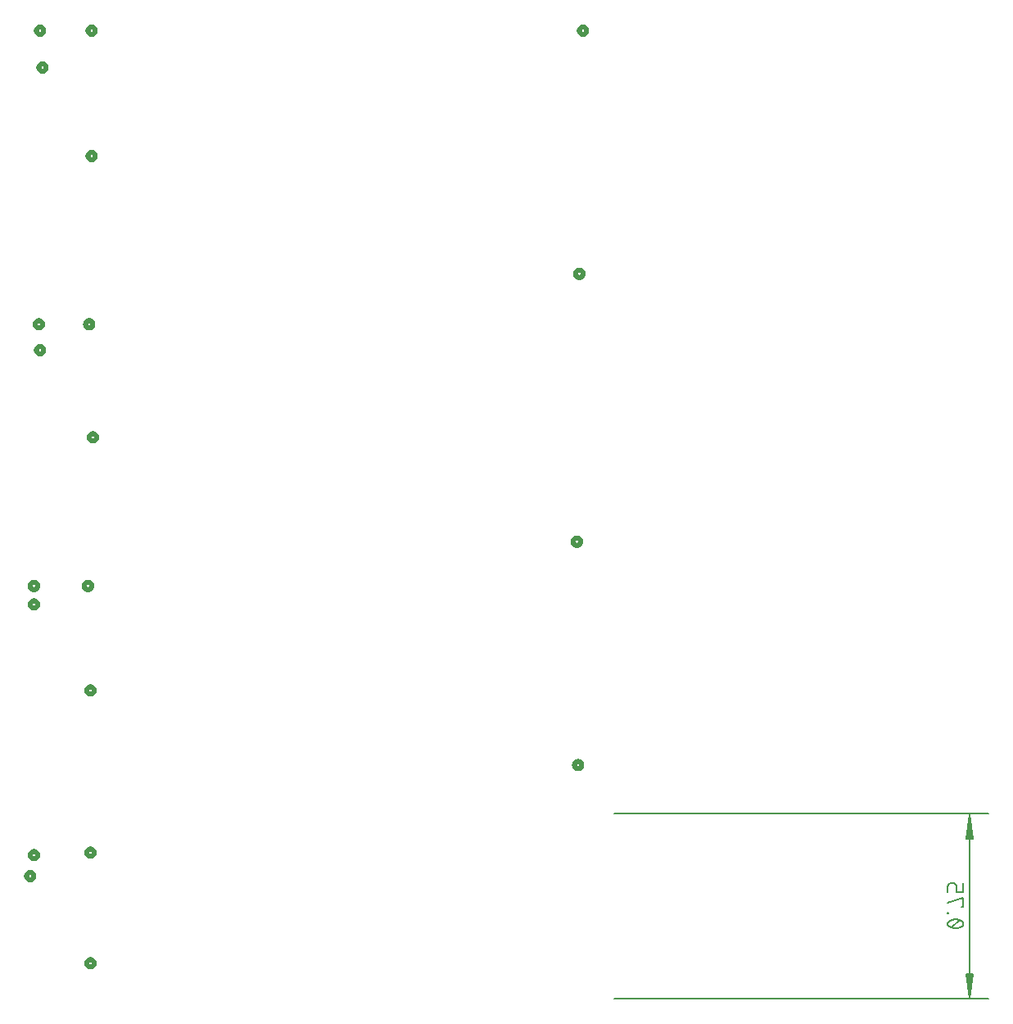
<source format=gbr>
G04 EAGLE Gerber RS-274X export*
G75*
%MOMM*%
%FSLAX34Y34*%
%LPD*%
%INSilkscreen Bottom*%
%IPPOS*%
%AMOC8*
5,1,8,0,0,1.08239X$1,22.5*%
G01*
%ADD10C,0.130000*%
%ADD11C,0.152400*%
%ADD12C,0.508000*%


D10*
X1522095Y191535D02*
X1909017Y191515D01*
X1909007Y-21D02*
X1522085Y0D01*
X1889507Y631D02*
X1889517Y190866D01*
X1886323Y165516D01*
X1892708Y165515D01*
X1889517Y190866D01*
X1888215Y165516D01*
X1890815Y165515D02*
X1889517Y190866D01*
X1886915Y165516D01*
X1892115Y165515D02*
X1889517Y190866D01*
X1886316Y25981D02*
X1889507Y631D01*
X1892700Y25980D02*
X1886316Y25981D01*
X1892700Y25980D02*
X1889507Y631D01*
X1888208Y25981D01*
X1890808Y25980D02*
X1889507Y631D01*
X1886908Y25981D01*
X1892108Y25980D02*
X1889507Y631D01*
D11*
X1874878Y73254D02*
X1875198Y73258D01*
X1875517Y73269D01*
X1875837Y73288D01*
X1876155Y73315D01*
X1876473Y73349D01*
X1876790Y73391D01*
X1877106Y73441D01*
X1877421Y73498D01*
X1877734Y73562D01*
X1878046Y73634D01*
X1878356Y73713D01*
X1878663Y73800D01*
X1878969Y73894D01*
X1879272Y73995D01*
X1879573Y74104D01*
X1879871Y74219D01*
X1880167Y74342D01*
X1880459Y74472D01*
X1880748Y74609D01*
X1880749Y74609D02*
X1880857Y74648D01*
X1880964Y74691D01*
X1881069Y74737D01*
X1881173Y74788D01*
X1881275Y74841D01*
X1881375Y74898D01*
X1881473Y74959D01*
X1881568Y75023D01*
X1881662Y75090D01*
X1881753Y75161D01*
X1881842Y75234D01*
X1881928Y75311D01*
X1882011Y75390D01*
X1882092Y75472D01*
X1882170Y75557D01*
X1882244Y75645D01*
X1882316Y75735D01*
X1882384Y75827D01*
X1882450Y75922D01*
X1882512Y76019D01*
X1882570Y76118D01*
X1882626Y76220D01*
X1882677Y76322D01*
X1882725Y76427D01*
X1882770Y76533D01*
X1882811Y76641D01*
X1882848Y76750D01*
X1882881Y76860D01*
X1882910Y76972D01*
X1882936Y77084D01*
X1882958Y77197D01*
X1882975Y77311D01*
X1882989Y77425D01*
X1882999Y77540D01*
X1883005Y77655D01*
X1883007Y77770D01*
X1883005Y77885D01*
X1882999Y78000D01*
X1882989Y78115D01*
X1882975Y78229D01*
X1882958Y78343D01*
X1882936Y78456D01*
X1882910Y78568D01*
X1882881Y78680D01*
X1882848Y78790D01*
X1882811Y78899D01*
X1882770Y79007D01*
X1882725Y79113D01*
X1882677Y79218D01*
X1882626Y79320D01*
X1882570Y79421D01*
X1882512Y79521D01*
X1882450Y79618D01*
X1882385Y79712D01*
X1882316Y79805D01*
X1882244Y79895D01*
X1882170Y79983D01*
X1882092Y80068D01*
X1882011Y80150D01*
X1881928Y80229D01*
X1881842Y80306D01*
X1881753Y80379D01*
X1881662Y80450D01*
X1881568Y80517D01*
X1881473Y80581D01*
X1881375Y80642D01*
X1881275Y80699D01*
X1881173Y80752D01*
X1881069Y80803D01*
X1880964Y80849D01*
X1880857Y80892D01*
X1880749Y80931D01*
X1880748Y80930D02*
X1880459Y81067D01*
X1880167Y81197D01*
X1879871Y81320D01*
X1879573Y81435D01*
X1879272Y81544D01*
X1878969Y81645D01*
X1878663Y81739D01*
X1878356Y81826D01*
X1878046Y81905D01*
X1877734Y81977D01*
X1877421Y82041D01*
X1877106Y82098D01*
X1876790Y82148D01*
X1876473Y82190D01*
X1876155Y82224D01*
X1875837Y82251D01*
X1875517Y82270D01*
X1875198Y82281D01*
X1874878Y82285D01*
X1874878Y73255D02*
X1874558Y73259D01*
X1874239Y73270D01*
X1873919Y73289D01*
X1873601Y73316D01*
X1873283Y73350D01*
X1872966Y73392D01*
X1872650Y73442D01*
X1872335Y73499D01*
X1872022Y73563D01*
X1871710Y73635D01*
X1871400Y73714D01*
X1871093Y73801D01*
X1870787Y73895D01*
X1870484Y73996D01*
X1870183Y74105D01*
X1869885Y74220D01*
X1869589Y74343D01*
X1869297Y74473D01*
X1869008Y74610D01*
X1869008Y74609D02*
X1868900Y74648D01*
X1868793Y74691D01*
X1868688Y74737D01*
X1868584Y74788D01*
X1868482Y74841D01*
X1868382Y74898D01*
X1868284Y74959D01*
X1868189Y75023D01*
X1868095Y75090D01*
X1868004Y75161D01*
X1867915Y75234D01*
X1867829Y75311D01*
X1867746Y75390D01*
X1867665Y75472D01*
X1867587Y75557D01*
X1867513Y75645D01*
X1867441Y75735D01*
X1867372Y75828D01*
X1867307Y75922D01*
X1867245Y76019D01*
X1867187Y76119D01*
X1867131Y76220D01*
X1867080Y76322D01*
X1867032Y76427D01*
X1866987Y76533D01*
X1866946Y76641D01*
X1866909Y76750D01*
X1866876Y76860D01*
X1866847Y76972D01*
X1866821Y77084D01*
X1866799Y77197D01*
X1866782Y77311D01*
X1866768Y77425D01*
X1866758Y77540D01*
X1866752Y77655D01*
X1866750Y77770D01*
X1869008Y80930D02*
X1869297Y81067D01*
X1869589Y81197D01*
X1869885Y81320D01*
X1870183Y81435D01*
X1870484Y81544D01*
X1870787Y81645D01*
X1871093Y81739D01*
X1871400Y81826D01*
X1871710Y81905D01*
X1872022Y81977D01*
X1872335Y82041D01*
X1872650Y82098D01*
X1872966Y82148D01*
X1873283Y82190D01*
X1873601Y82224D01*
X1873919Y82251D01*
X1874239Y82270D01*
X1874558Y82281D01*
X1874878Y82285D01*
X1869008Y80931D02*
X1868900Y80892D01*
X1868793Y80849D01*
X1868688Y80803D01*
X1868584Y80752D01*
X1868482Y80699D01*
X1868382Y80642D01*
X1868284Y80581D01*
X1868189Y80517D01*
X1868095Y80450D01*
X1868004Y80379D01*
X1867915Y80306D01*
X1867829Y80229D01*
X1867746Y80150D01*
X1867665Y80068D01*
X1867587Y79983D01*
X1867513Y79895D01*
X1867441Y79805D01*
X1867372Y79712D01*
X1867307Y79618D01*
X1867245Y79521D01*
X1867187Y79421D01*
X1867131Y79320D01*
X1867080Y79217D01*
X1867032Y79113D01*
X1866987Y79007D01*
X1866946Y78899D01*
X1866909Y78790D01*
X1866876Y78680D01*
X1866847Y78568D01*
X1866821Y78456D01*
X1866799Y78343D01*
X1866782Y78229D01*
X1866768Y78115D01*
X1866758Y78000D01*
X1866752Y77885D01*
X1866750Y77770D01*
X1870363Y74157D02*
X1879394Y81382D01*
X1867653Y88260D02*
X1866750Y88260D01*
X1867653Y88260D02*
X1867653Y89163D01*
X1866750Y89163D01*
X1866750Y88260D01*
X1881200Y95138D02*
X1883006Y95138D01*
X1883006Y104169D01*
X1866750Y99653D01*
X1866750Y110769D02*
X1866750Y116188D01*
X1866751Y116188D02*
X1866753Y116306D01*
X1866759Y116424D01*
X1866768Y116542D01*
X1866782Y116659D01*
X1866799Y116776D01*
X1866820Y116893D01*
X1866845Y117008D01*
X1866874Y117123D01*
X1866907Y117237D01*
X1866943Y117349D01*
X1866983Y117460D01*
X1867026Y117570D01*
X1867073Y117679D01*
X1867123Y117786D01*
X1867178Y117891D01*
X1867235Y117994D01*
X1867296Y118095D01*
X1867360Y118195D01*
X1867427Y118292D01*
X1867497Y118387D01*
X1867571Y118479D01*
X1867647Y118570D01*
X1867727Y118657D01*
X1867809Y118742D01*
X1867894Y118824D01*
X1867981Y118904D01*
X1868072Y118980D01*
X1868164Y119054D01*
X1868259Y119124D01*
X1868356Y119191D01*
X1868456Y119255D01*
X1868557Y119316D01*
X1868660Y119373D01*
X1868765Y119428D01*
X1868872Y119478D01*
X1868981Y119525D01*
X1869091Y119568D01*
X1869202Y119608D01*
X1869314Y119644D01*
X1869428Y119677D01*
X1869543Y119706D01*
X1869658Y119731D01*
X1869775Y119752D01*
X1869892Y119769D01*
X1870009Y119783D01*
X1870127Y119792D01*
X1870245Y119798D01*
X1870363Y119800D01*
X1872169Y119800D01*
X1872287Y119798D01*
X1872405Y119792D01*
X1872523Y119783D01*
X1872640Y119769D01*
X1872757Y119752D01*
X1872874Y119731D01*
X1872989Y119706D01*
X1873104Y119677D01*
X1873218Y119644D01*
X1873330Y119608D01*
X1873441Y119568D01*
X1873551Y119525D01*
X1873660Y119478D01*
X1873767Y119428D01*
X1873872Y119373D01*
X1873975Y119316D01*
X1874076Y119255D01*
X1874176Y119191D01*
X1874273Y119124D01*
X1874368Y119054D01*
X1874460Y118980D01*
X1874551Y118904D01*
X1874638Y118824D01*
X1874723Y118742D01*
X1874805Y118657D01*
X1874885Y118570D01*
X1874961Y118479D01*
X1875035Y118387D01*
X1875105Y118292D01*
X1875172Y118195D01*
X1875236Y118095D01*
X1875297Y117994D01*
X1875354Y117891D01*
X1875409Y117786D01*
X1875459Y117679D01*
X1875506Y117570D01*
X1875549Y117460D01*
X1875589Y117349D01*
X1875625Y117237D01*
X1875658Y117123D01*
X1875687Y117008D01*
X1875712Y116893D01*
X1875733Y116776D01*
X1875750Y116659D01*
X1875764Y116542D01*
X1875773Y116424D01*
X1875779Y116306D01*
X1875781Y116188D01*
X1875781Y110769D01*
X1883006Y110769D01*
X1883006Y119800D01*
D12*
X922020Y144780D02*
X922142Y144782D01*
X922264Y144788D01*
X922386Y144798D01*
X922507Y144811D01*
X922628Y144829D01*
X922748Y144850D01*
X922868Y144876D01*
X922986Y144905D01*
X923104Y144937D01*
X923221Y144974D01*
X923336Y145014D01*
X923450Y145058D01*
X923562Y145106D01*
X923673Y145157D01*
X923782Y145212D01*
X923890Y145270D01*
X923995Y145332D01*
X924098Y145397D01*
X924200Y145465D01*
X924299Y145537D01*
X924395Y145611D01*
X924490Y145689D01*
X924581Y145770D01*
X924671Y145853D01*
X924757Y145939D01*
X924840Y146029D01*
X924921Y146120D01*
X924999Y146215D01*
X925073Y146311D01*
X925145Y146410D01*
X925213Y146512D01*
X925278Y146615D01*
X925340Y146720D01*
X925398Y146828D01*
X925453Y146937D01*
X925504Y147048D01*
X925552Y147160D01*
X925596Y147274D01*
X925636Y147389D01*
X925673Y147506D01*
X925705Y147624D01*
X925734Y147742D01*
X925760Y147862D01*
X925781Y147982D01*
X925799Y148103D01*
X925812Y148224D01*
X925822Y148346D01*
X925828Y148468D01*
X925830Y148590D01*
X925828Y148712D01*
X925822Y148834D01*
X925812Y148956D01*
X925799Y149077D01*
X925781Y149198D01*
X925760Y149318D01*
X925734Y149438D01*
X925705Y149556D01*
X925673Y149674D01*
X925636Y149791D01*
X925596Y149906D01*
X925552Y150020D01*
X925504Y150132D01*
X925453Y150243D01*
X925398Y150352D01*
X925340Y150460D01*
X925278Y150565D01*
X925213Y150668D01*
X925145Y150770D01*
X925073Y150869D01*
X924999Y150965D01*
X924921Y151060D01*
X924840Y151151D01*
X924757Y151241D01*
X924671Y151327D01*
X924581Y151410D01*
X924490Y151491D01*
X924395Y151569D01*
X924299Y151643D01*
X924200Y151715D01*
X924098Y151783D01*
X923995Y151848D01*
X923890Y151910D01*
X923782Y151968D01*
X923673Y152023D01*
X923562Y152074D01*
X923450Y152122D01*
X923336Y152166D01*
X923221Y152206D01*
X923104Y152243D01*
X922986Y152275D01*
X922868Y152304D01*
X922748Y152330D01*
X922628Y152351D01*
X922507Y152369D01*
X922386Y152382D01*
X922264Y152392D01*
X922142Y152398D01*
X922020Y152400D01*
X921898Y152398D01*
X921776Y152392D01*
X921654Y152382D01*
X921533Y152369D01*
X921412Y152351D01*
X921292Y152330D01*
X921172Y152304D01*
X921054Y152275D01*
X920936Y152243D01*
X920819Y152206D01*
X920704Y152166D01*
X920590Y152122D01*
X920478Y152074D01*
X920367Y152023D01*
X920258Y151968D01*
X920150Y151910D01*
X920045Y151848D01*
X919942Y151783D01*
X919840Y151715D01*
X919741Y151643D01*
X919645Y151569D01*
X919550Y151491D01*
X919459Y151410D01*
X919369Y151327D01*
X919283Y151241D01*
X919200Y151151D01*
X919119Y151060D01*
X919041Y150965D01*
X918967Y150869D01*
X918895Y150770D01*
X918827Y150668D01*
X918762Y150565D01*
X918700Y150460D01*
X918642Y150352D01*
X918587Y150243D01*
X918536Y150132D01*
X918488Y150020D01*
X918444Y149906D01*
X918404Y149791D01*
X918367Y149674D01*
X918335Y149556D01*
X918306Y149438D01*
X918280Y149318D01*
X918259Y149198D01*
X918241Y149077D01*
X918228Y148956D01*
X918218Y148834D01*
X918212Y148712D01*
X918210Y148590D01*
X918212Y148468D01*
X918218Y148346D01*
X918228Y148224D01*
X918241Y148103D01*
X918259Y147982D01*
X918280Y147862D01*
X918306Y147742D01*
X918335Y147624D01*
X918367Y147506D01*
X918404Y147389D01*
X918444Y147274D01*
X918488Y147160D01*
X918536Y147048D01*
X918587Y146937D01*
X918642Y146828D01*
X918700Y146720D01*
X918762Y146615D01*
X918827Y146512D01*
X918895Y146410D01*
X918967Y146311D01*
X919041Y146215D01*
X919119Y146120D01*
X919200Y146029D01*
X919283Y145939D01*
X919369Y145853D01*
X919459Y145770D01*
X919550Y145689D01*
X919645Y145611D01*
X919741Y145537D01*
X919840Y145465D01*
X919942Y145397D01*
X920045Y145332D01*
X920150Y145270D01*
X920258Y145212D01*
X920367Y145157D01*
X920478Y145106D01*
X920590Y145058D01*
X920704Y145014D01*
X920819Y144974D01*
X920936Y144937D01*
X921054Y144905D01*
X921172Y144876D01*
X921292Y144850D01*
X921412Y144829D01*
X921533Y144811D01*
X921654Y144798D01*
X921776Y144788D01*
X921898Y144782D01*
X922020Y144780D01*
X980440Y40640D02*
X980562Y40638D01*
X980684Y40632D01*
X980806Y40622D01*
X980927Y40609D01*
X981048Y40591D01*
X981168Y40570D01*
X981288Y40544D01*
X981406Y40515D01*
X981524Y40483D01*
X981641Y40446D01*
X981756Y40406D01*
X981870Y40362D01*
X981982Y40314D01*
X982093Y40263D01*
X982202Y40208D01*
X982310Y40150D01*
X982415Y40088D01*
X982518Y40023D01*
X982620Y39955D01*
X982719Y39883D01*
X982815Y39809D01*
X982910Y39731D01*
X983001Y39650D01*
X983091Y39567D01*
X983177Y39481D01*
X983260Y39391D01*
X983341Y39300D01*
X983419Y39205D01*
X983493Y39109D01*
X983565Y39010D01*
X983633Y38908D01*
X983698Y38805D01*
X983760Y38700D01*
X983818Y38592D01*
X983873Y38483D01*
X983924Y38372D01*
X983972Y38260D01*
X984016Y38146D01*
X984056Y38031D01*
X984093Y37914D01*
X984125Y37796D01*
X984154Y37678D01*
X984180Y37558D01*
X984201Y37438D01*
X984219Y37317D01*
X984232Y37196D01*
X984242Y37074D01*
X984248Y36952D01*
X984250Y36830D01*
X984248Y36708D01*
X984242Y36586D01*
X984232Y36464D01*
X984219Y36343D01*
X984201Y36222D01*
X984180Y36102D01*
X984154Y35982D01*
X984125Y35864D01*
X984093Y35746D01*
X984056Y35629D01*
X984016Y35514D01*
X983972Y35400D01*
X983924Y35288D01*
X983873Y35177D01*
X983818Y35068D01*
X983760Y34960D01*
X983698Y34855D01*
X983633Y34752D01*
X983565Y34650D01*
X983493Y34551D01*
X983419Y34455D01*
X983341Y34360D01*
X983260Y34269D01*
X983177Y34179D01*
X983091Y34093D01*
X983001Y34010D01*
X982910Y33929D01*
X982815Y33851D01*
X982719Y33777D01*
X982620Y33705D01*
X982518Y33637D01*
X982415Y33572D01*
X982310Y33510D01*
X982202Y33452D01*
X982093Y33397D01*
X981982Y33346D01*
X981870Y33298D01*
X981756Y33254D01*
X981641Y33214D01*
X981524Y33177D01*
X981406Y33145D01*
X981288Y33116D01*
X981168Y33090D01*
X981048Y33069D01*
X980927Y33051D01*
X980806Y33038D01*
X980684Y33028D01*
X980562Y33022D01*
X980440Y33020D01*
X980318Y33022D01*
X980196Y33028D01*
X980074Y33038D01*
X979953Y33051D01*
X979832Y33069D01*
X979712Y33090D01*
X979592Y33116D01*
X979474Y33145D01*
X979356Y33177D01*
X979239Y33214D01*
X979124Y33254D01*
X979010Y33298D01*
X978898Y33346D01*
X978787Y33397D01*
X978678Y33452D01*
X978570Y33510D01*
X978465Y33572D01*
X978362Y33637D01*
X978260Y33705D01*
X978161Y33777D01*
X978065Y33851D01*
X977970Y33929D01*
X977879Y34010D01*
X977789Y34093D01*
X977703Y34179D01*
X977620Y34269D01*
X977539Y34360D01*
X977461Y34455D01*
X977387Y34551D01*
X977315Y34650D01*
X977247Y34752D01*
X977182Y34855D01*
X977120Y34960D01*
X977062Y35068D01*
X977007Y35177D01*
X976956Y35288D01*
X976908Y35400D01*
X976864Y35514D01*
X976824Y35629D01*
X976787Y35746D01*
X976755Y35864D01*
X976726Y35982D01*
X976700Y36102D01*
X976679Y36222D01*
X976661Y36343D01*
X976648Y36464D01*
X976638Y36586D01*
X976632Y36708D01*
X976630Y36830D01*
X976632Y36952D01*
X976638Y37074D01*
X976648Y37196D01*
X976661Y37317D01*
X976679Y37438D01*
X976700Y37558D01*
X976726Y37678D01*
X976755Y37796D01*
X976787Y37914D01*
X976824Y38031D01*
X976864Y38146D01*
X976908Y38260D01*
X976956Y38372D01*
X977007Y38483D01*
X977062Y38592D01*
X977120Y38700D01*
X977182Y38805D01*
X977247Y38908D01*
X977315Y39010D01*
X977387Y39109D01*
X977461Y39205D01*
X977539Y39300D01*
X977620Y39391D01*
X977703Y39481D01*
X977789Y39567D01*
X977879Y39650D01*
X977970Y39731D01*
X978065Y39809D01*
X978161Y39883D01*
X978260Y39955D01*
X978362Y40023D01*
X978465Y40088D01*
X978570Y40150D01*
X978678Y40208D01*
X978787Y40263D01*
X978898Y40314D01*
X979010Y40362D01*
X979124Y40406D01*
X979239Y40446D01*
X979356Y40483D01*
X979474Y40515D01*
X979592Y40544D01*
X979712Y40570D01*
X979832Y40591D01*
X979953Y40609D01*
X980074Y40622D01*
X980196Y40632D01*
X980318Y40638D01*
X980440Y40640D01*
X980440Y147320D02*
X980562Y147322D01*
X980684Y147328D01*
X980806Y147338D01*
X980927Y147351D01*
X981048Y147369D01*
X981168Y147390D01*
X981288Y147416D01*
X981406Y147445D01*
X981524Y147477D01*
X981641Y147514D01*
X981756Y147554D01*
X981870Y147598D01*
X981982Y147646D01*
X982093Y147697D01*
X982202Y147752D01*
X982310Y147810D01*
X982415Y147872D01*
X982518Y147937D01*
X982620Y148005D01*
X982719Y148077D01*
X982815Y148151D01*
X982910Y148229D01*
X983001Y148310D01*
X983091Y148393D01*
X983177Y148479D01*
X983260Y148569D01*
X983341Y148660D01*
X983419Y148755D01*
X983493Y148851D01*
X983565Y148950D01*
X983633Y149052D01*
X983698Y149155D01*
X983760Y149260D01*
X983818Y149368D01*
X983873Y149477D01*
X983924Y149588D01*
X983972Y149700D01*
X984016Y149814D01*
X984056Y149929D01*
X984093Y150046D01*
X984125Y150164D01*
X984154Y150282D01*
X984180Y150402D01*
X984201Y150522D01*
X984219Y150643D01*
X984232Y150764D01*
X984242Y150886D01*
X984248Y151008D01*
X984250Y151130D01*
X984248Y151252D01*
X984242Y151374D01*
X984232Y151496D01*
X984219Y151617D01*
X984201Y151738D01*
X984180Y151858D01*
X984154Y151978D01*
X984125Y152096D01*
X984093Y152214D01*
X984056Y152331D01*
X984016Y152446D01*
X983972Y152560D01*
X983924Y152672D01*
X983873Y152783D01*
X983818Y152892D01*
X983760Y153000D01*
X983698Y153105D01*
X983633Y153208D01*
X983565Y153310D01*
X983493Y153409D01*
X983419Y153505D01*
X983341Y153600D01*
X983260Y153691D01*
X983177Y153781D01*
X983091Y153867D01*
X983001Y153950D01*
X982910Y154031D01*
X982815Y154109D01*
X982719Y154183D01*
X982620Y154255D01*
X982518Y154323D01*
X982415Y154388D01*
X982310Y154450D01*
X982202Y154508D01*
X982093Y154563D01*
X981982Y154614D01*
X981870Y154662D01*
X981756Y154706D01*
X981641Y154746D01*
X981524Y154783D01*
X981406Y154815D01*
X981288Y154844D01*
X981168Y154870D01*
X981048Y154891D01*
X980927Y154909D01*
X980806Y154922D01*
X980684Y154932D01*
X980562Y154938D01*
X980440Y154940D01*
X980318Y154938D01*
X980196Y154932D01*
X980074Y154922D01*
X979953Y154909D01*
X979832Y154891D01*
X979712Y154870D01*
X979592Y154844D01*
X979474Y154815D01*
X979356Y154783D01*
X979239Y154746D01*
X979124Y154706D01*
X979010Y154662D01*
X978898Y154614D01*
X978787Y154563D01*
X978678Y154508D01*
X978570Y154450D01*
X978465Y154388D01*
X978362Y154323D01*
X978260Y154255D01*
X978161Y154183D01*
X978065Y154109D01*
X977970Y154031D01*
X977879Y153950D01*
X977789Y153867D01*
X977703Y153781D01*
X977620Y153691D01*
X977539Y153600D01*
X977461Y153505D01*
X977387Y153409D01*
X977315Y153310D01*
X977247Y153208D01*
X977182Y153105D01*
X977120Y153000D01*
X977062Y152892D01*
X977007Y152783D01*
X976956Y152672D01*
X976908Y152560D01*
X976864Y152446D01*
X976824Y152331D01*
X976787Y152214D01*
X976755Y152096D01*
X976726Y151978D01*
X976700Y151858D01*
X976679Y151738D01*
X976661Y151617D01*
X976648Y151496D01*
X976638Y151374D01*
X976632Y151252D01*
X976630Y151130D01*
X976632Y151008D01*
X976638Y150886D01*
X976648Y150764D01*
X976661Y150643D01*
X976679Y150522D01*
X976700Y150402D01*
X976726Y150282D01*
X976755Y150164D01*
X976787Y150046D01*
X976824Y149929D01*
X976864Y149814D01*
X976908Y149700D01*
X976956Y149588D01*
X977007Y149477D01*
X977062Y149368D01*
X977120Y149260D01*
X977182Y149155D01*
X977247Y149052D01*
X977315Y148950D01*
X977387Y148851D01*
X977461Y148755D01*
X977539Y148660D01*
X977620Y148569D01*
X977703Y148479D01*
X977789Y148393D01*
X977879Y148310D01*
X977970Y148229D01*
X978065Y148151D01*
X978161Y148077D01*
X978260Y148005D01*
X978362Y147937D01*
X978465Y147872D01*
X978570Y147810D01*
X978678Y147752D01*
X978787Y147697D01*
X978898Y147646D01*
X979010Y147598D01*
X979124Y147554D01*
X979239Y147514D01*
X979356Y147477D01*
X979474Y147445D01*
X979592Y147416D01*
X979712Y147390D01*
X979832Y147369D01*
X979953Y147351D01*
X980074Y147338D01*
X980196Y147328D01*
X980318Y147322D01*
X980440Y147320D01*
X918210Y130810D02*
X918088Y130808D01*
X917966Y130802D01*
X917844Y130792D01*
X917723Y130779D01*
X917602Y130761D01*
X917482Y130740D01*
X917362Y130714D01*
X917244Y130685D01*
X917126Y130653D01*
X917009Y130616D01*
X916894Y130576D01*
X916780Y130532D01*
X916668Y130484D01*
X916557Y130433D01*
X916448Y130378D01*
X916340Y130320D01*
X916235Y130258D01*
X916132Y130193D01*
X916030Y130125D01*
X915931Y130053D01*
X915835Y129979D01*
X915740Y129901D01*
X915649Y129820D01*
X915559Y129737D01*
X915473Y129651D01*
X915390Y129561D01*
X915309Y129470D01*
X915231Y129375D01*
X915157Y129279D01*
X915085Y129180D01*
X915017Y129078D01*
X914952Y128975D01*
X914890Y128870D01*
X914832Y128762D01*
X914777Y128653D01*
X914726Y128542D01*
X914678Y128430D01*
X914634Y128316D01*
X914594Y128201D01*
X914557Y128084D01*
X914525Y127966D01*
X914496Y127848D01*
X914470Y127728D01*
X914449Y127608D01*
X914431Y127487D01*
X914418Y127366D01*
X914408Y127244D01*
X914402Y127122D01*
X914400Y127000D01*
X914402Y126878D01*
X914408Y126756D01*
X914418Y126634D01*
X914431Y126513D01*
X914449Y126392D01*
X914470Y126272D01*
X914496Y126152D01*
X914525Y126034D01*
X914557Y125916D01*
X914594Y125799D01*
X914634Y125684D01*
X914678Y125570D01*
X914726Y125458D01*
X914777Y125347D01*
X914832Y125238D01*
X914890Y125130D01*
X914952Y125025D01*
X915017Y124922D01*
X915085Y124820D01*
X915157Y124721D01*
X915231Y124625D01*
X915309Y124530D01*
X915390Y124439D01*
X915473Y124349D01*
X915559Y124263D01*
X915649Y124180D01*
X915740Y124099D01*
X915835Y124021D01*
X915931Y123947D01*
X916030Y123875D01*
X916132Y123807D01*
X916235Y123742D01*
X916340Y123680D01*
X916448Y123622D01*
X916557Y123567D01*
X916668Y123516D01*
X916780Y123468D01*
X916894Y123424D01*
X917009Y123384D01*
X917126Y123347D01*
X917244Y123315D01*
X917362Y123286D01*
X917482Y123260D01*
X917602Y123239D01*
X917723Y123221D01*
X917844Y123208D01*
X917966Y123198D01*
X918088Y123192D01*
X918210Y123190D01*
X918332Y123192D01*
X918454Y123198D01*
X918576Y123208D01*
X918697Y123221D01*
X918818Y123239D01*
X918938Y123260D01*
X919058Y123286D01*
X919176Y123315D01*
X919294Y123347D01*
X919411Y123384D01*
X919526Y123424D01*
X919640Y123468D01*
X919752Y123516D01*
X919863Y123567D01*
X919972Y123622D01*
X920080Y123680D01*
X920185Y123742D01*
X920288Y123807D01*
X920390Y123875D01*
X920489Y123947D01*
X920585Y124021D01*
X920680Y124099D01*
X920771Y124180D01*
X920861Y124263D01*
X920947Y124349D01*
X921030Y124439D01*
X921111Y124530D01*
X921189Y124625D01*
X921263Y124721D01*
X921335Y124820D01*
X921403Y124922D01*
X921468Y125025D01*
X921530Y125130D01*
X921588Y125238D01*
X921643Y125347D01*
X921694Y125458D01*
X921742Y125570D01*
X921786Y125684D01*
X921826Y125799D01*
X921863Y125916D01*
X921895Y126034D01*
X921924Y126152D01*
X921950Y126272D01*
X921971Y126392D01*
X921989Y126513D01*
X922002Y126634D01*
X922012Y126756D01*
X922018Y126878D01*
X922020Y127000D01*
X922018Y127122D01*
X922012Y127244D01*
X922002Y127366D01*
X921989Y127487D01*
X921971Y127608D01*
X921950Y127728D01*
X921924Y127848D01*
X921895Y127966D01*
X921863Y128084D01*
X921826Y128201D01*
X921786Y128316D01*
X921742Y128430D01*
X921694Y128542D01*
X921643Y128653D01*
X921588Y128762D01*
X921530Y128870D01*
X921468Y128975D01*
X921403Y129078D01*
X921335Y129180D01*
X921263Y129279D01*
X921189Y129375D01*
X921111Y129470D01*
X921030Y129561D01*
X920947Y129651D01*
X920861Y129737D01*
X920771Y129820D01*
X920680Y129901D01*
X920585Y129979D01*
X920489Y130053D01*
X920390Y130125D01*
X920288Y130193D01*
X920185Y130258D01*
X920080Y130320D01*
X919972Y130378D01*
X919863Y130433D01*
X919752Y130484D01*
X919640Y130532D01*
X919526Y130576D01*
X919411Y130616D01*
X919294Y130653D01*
X919176Y130685D01*
X919058Y130714D01*
X918938Y130740D01*
X918818Y130761D01*
X918697Y130779D01*
X918576Y130792D01*
X918454Y130802D01*
X918332Y130808D01*
X918210Y130810D01*
X977900Y422910D02*
X978022Y422912D01*
X978144Y422918D01*
X978266Y422928D01*
X978387Y422941D01*
X978508Y422959D01*
X978628Y422980D01*
X978748Y423006D01*
X978866Y423035D01*
X978984Y423067D01*
X979101Y423104D01*
X979216Y423144D01*
X979330Y423188D01*
X979442Y423236D01*
X979553Y423287D01*
X979662Y423342D01*
X979770Y423400D01*
X979875Y423462D01*
X979978Y423527D01*
X980080Y423595D01*
X980179Y423667D01*
X980275Y423741D01*
X980370Y423819D01*
X980461Y423900D01*
X980551Y423983D01*
X980637Y424069D01*
X980720Y424159D01*
X980801Y424250D01*
X980879Y424345D01*
X980953Y424441D01*
X981025Y424540D01*
X981093Y424642D01*
X981158Y424745D01*
X981220Y424850D01*
X981278Y424958D01*
X981333Y425067D01*
X981384Y425178D01*
X981432Y425290D01*
X981476Y425404D01*
X981516Y425519D01*
X981553Y425636D01*
X981585Y425754D01*
X981614Y425872D01*
X981640Y425992D01*
X981661Y426112D01*
X981679Y426233D01*
X981692Y426354D01*
X981702Y426476D01*
X981708Y426598D01*
X981710Y426720D01*
X981708Y426842D01*
X981702Y426964D01*
X981692Y427086D01*
X981679Y427207D01*
X981661Y427328D01*
X981640Y427448D01*
X981614Y427568D01*
X981585Y427686D01*
X981553Y427804D01*
X981516Y427921D01*
X981476Y428036D01*
X981432Y428150D01*
X981384Y428262D01*
X981333Y428373D01*
X981278Y428482D01*
X981220Y428590D01*
X981158Y428695D01*
X981093Y428798D01*
X981025Y428900D01*
X980953Y428999D01*
X980879Y429095D01*
X980801Y429190D01*
X980720Y429281D01*
X980637Y429371D01*
X980551Y429457D01*
X980461Y429540D01*
X980370Y429621D01*
X980275Y429699D01*
X980179Y429773D01*
X980080Y429845D01*
X979978Y429913D01*
X979875Y429978D01*
X979770Y430040D01*
X979662Y430098D01*
X979553Y430153D01*
X979442Y430204D01*
X979330Y430252D01*
X979216Y430296D01*
X979101Y430336D01*
X978984Y430373D01*
X978866Y430405D01*
X978748Y430434D01*
X978628Y430460D01*
X978508Y430481D01*
X978387Y430499D01*
X978266Y430512D01*
X978144Y430522D01*
X978022Y430528D01*
X977900Y430530D01*
X977778Y430528D01*
X977656Y430522D01*
X977534Y430512D01*
X977413Y430499D01*
X977292Y430481D01*
X977172Y430460D01*
X977052Y430434D01*
X976934Y430405D01*
X976816Y430373D01*
X976699Y430336D01*
X976584Y430296D01*
X976470Y430252D01*
X976358Y430204D01*
X976247Y430153D01*
X976138Y430098D01*
X976030Y430040D01*
X975925Y429978D01*
X975822Y429913D01*
X975720Y429845D01*
X975621Y429773D01*
X975525Y429699D01*
X975430Y429621D01*
X975339Y429540D01*
X975249Y429457D01*
X975163Y429371D01*
X975080Y429281D01*
X974999Y429190D01*
X974921Y429095D01*
X974847Y428999D01*
X974775Y428900D01*
X974707Y428798D01*
X974642Y428695D01*
X974580Y428590D01*
X974522Y428482D01*
X974467Y428373D01*
X974416Y428262D01*
X974368Y428150D01*
X974324Y428036D01*
X974284Y427921D01*
X974247Y427804D01*
X974215Y427686D01*
X974186Y427568D01*
X974160Y427448D01*
X974139Y427328D01*
X974121Y427207D01*
X974108Y427086D01*
X974098Y426964D01*
X974092Y426842D01*
X974090Y426720D01*
X974092Y426598D01*
X974098Y426476D01*
X974108Y426354D01*
X974121Y426233D01*
X974139Y426112D01*
X974160Y425992D01*
X974186Y425872D01*
X974215Y425754D01*
X974247Y425636D01*
X974284Y425519D01*
X974324Y425404D01*
X974368Y425290D01*
X974416Y425178D01*
X974467Y425067D01*
X974522Y424958D01*
X974580Y424850D01*
X974642Y424745D01*
X974707Y424642D01*
X974775Y424540D01*
X974847Y424441D01*
X974921Y424345D01*
X974999Y424250D01*
X975080Y424159D01*
X975163Y424069D01*
X975249Y423983D01*
X975339Y423900D01*
X975430Y423819D01*
X975525Y423741D01*
X975621Y423667D01*
X975720Y423595D01*
X975822Y423527D01*
X975925Y423462D01*
X976030Y423400D01*
X976138Y423342D01*
X976247Y423287D01*
X976358Y423236D01*
X976470Y423188D01*
X976584Y423144D01*
X976699Y423104D01*
X976816Y423067D01*
X976934Y423035D01*
X977052Y423006D01*
X977172Y422980D01*
X977292Y422959D01*
X977413Y422941D01*
X977534Y422928D01*
X977656Y422918D01*
X977778Y422912D01*
X977900Y422910D01*
X980440Y322580D02*
X980562Y322578D01*
X980684Y322572D01*
X980806Y322562D01*
X980927Y322549D01*
X981048Y322531D01*
X981168Y322510D01*
X981288Y322484D01*
X981406Y322455D01*
X981524Y322423D01*
X981641Y322386D01*
X981756Y322346D01*
X981870Y322302D01*
X981982Y322254D01*
X982093Y322203D01*
X982202Y322148D01*
X982310Y322090D01*
X982415Y322028D01*
X982518Y321963D01*
X982620Y321895D01*
X982719Y321823D01*
X982815Y321749D01*
X982910Y321671D01*
X983001Y321590D01*
X983091Y321507D01*
X983177Y321421D01*
X983260Y321331D01*
X983341Y321240D01*
X983419Y321145D01*
X983493Y321049D01*
X983565Y320950D01*
X983633Y320848D01*
X983698Y320745D01*
X983760Y320640D01*
X983818Y320532D01*
X983873Y320423D01*
X983924Y320312D01*
X983972Y320200D01*
X984016Y320086D01*
X984056Y319971D01*
X984093Y319854D01*
X984125Y319736D01*
X984154Y319618D01*
X984180Y319498D01*
X984201Y319378D01*
X984219Y319257D01*
X984232Y319136D01*
X984242Y319014D01*
X984248Y318892D01*
X984250Y318770D01*
X984248Y318648D01*
X984242Y318526D01*
X984232Y318404D01*
X984219Y318283D01*
X984201Y318162D01*
X984180Y318042D01*
X984154Y317922D01*
X984125Y317804D01*
X984093Y317686D01*
X984056Y317569D01*
X984016Y317454D01*
X983972Y317340D01*
X983924Y317228D01*
X983873Y317117D01*
X983818Y317008D01*
X983760Y316900D01*
X983698Y316795D01*
X983633Y316692D01*
X983565Y316590D01*
X983493Y316491D01*
X983419Y316395D01*
X983341Y316300D01*
X983260Y316209D01*
X983177Y316119D01*
X983091Y316033D01*
X983001Y315950D01*
X982910Y315869D01*
X982815Y315791D01*
X982719Y315717D01*
X982620Y315645D01*
X982518Y315577D01*
X982415Y315512D01*
X982310Y315450D01*
X982202Y315392D01*
X982093Y315337D01*
X981982Y315286D01*
X981870Y315238D01*
X981756Y315194D01*
X981641Y315154D01*
X981524Y315117D01*
X981406Y315085D01*
X981288Y315056D01*
X981168Y315030D01*
X981048Y315009D01*
X980927Y314991D01*
X980806Y314978D01*
X980684Y314968D01*
X980562Y314962D01*
X980440Y314960D01*
X980318Y314962D01*
X980196Y314968D01*
X980074Y314978D01*
X979953Y314991D01*
X979832Y315009D01*
X979712Y315030D01*
X979592Y315056D01*
X979474Y315085D01*
X979356Y315117D01*
X979239Y315154D01*
X979124Y315194D01*
X979010Y315238D01*
X978898Y315286D01*
X978787Y315337D01*
X978678Y315392D01*
X978570Y315450D01*
X978465Y315512D01*
X978362Y315577D01*
X978260Y315645D01*
X978161Y315717D01*
X978065Y315791D01*
X977970Y315869D01*
X977879Y315950D01*
X977789Y316033D01*
X977703Y316119D01*
X977620Y316209D01*
X977539Y316300D01*
X977461Y316395D01*
X977387Y316491D01*
X977315Y316590D01*
X977247Y316692D01*
X977182Y316795D01*
X977120Y316900D01*
X977062Y317008D01*
X977007Y317117D01*
X976956Y317228D01*
X976908Y317340D01*
X976864Y317454D01*
X976824Y317569D01*
X976787Y317686D01*
X976755Y317804D01*
X976726Y317922D01*
X976700Y318042D01*
X976679Y318162D01*
X976661Y318283D01*
X976648Y318404D01*
X976638Y318526D01*
X976632Y318648D01*
X976630Y318770D01*
X976632Y318892D01*
X976638Y319014D01*
X976648Y319136D01*
X976661Y319257D01*
X976679Y319378D01*
X976700Y319498D01*
X976726Y319618D01*
X976755Y319736D01*
X976787Y319854D01*
X976824Y319971D01*
X976864Y320086D01*
X976908Y320200D01*
X976956Y320312D01*
X977007Y320423D01*
X977062Y320532D01*
X977120Y320640D01*
X977182Y320745D01*
X977247Y320848D01*
X977315Y320950D01*
X977387Y321049D01*
X977461Y321145D01*
X977539Y321240D01*
X977620Y321331D01*
X977703Y321421D01*
X977789Y321507D01*
X977879Y321590D01*
X977970Y321671D01*
X978065Y321749D01*
X978161Y321823D01*
X978260Y321895D01*
X978362Y321963D01*
X978465Y322028D01*
X978570Y322090D01*
X978678Y322148D01*
X978787Y322203D01*
X978898Y322254D01*
X979010Y322302D01*
X979124Y322346D01*
X979239Y322386D01*
X979356Y322423D01*
X979474Y322455D01*
X979592Y322484D01*
X979712Y322510D01*
X979832Y322531D01*
X979953Y322549D01*
X980074Y322562D01*
X980196Y322572D01*
X980318Y322578D01*
X980440Y322580D01*
X922020Y422910D02*
X922142Y422912D01*
X922264Y422918D01*
X922386Y422928D01*
X922507Y422941D01*
X922628Y422959D01*
X922748Y422980D01*
X922868Y423006D01*
X922986Y423035D01*
X923104Y423067D01*
X923221Y423104D01*
X923336Y423144D01*
X923450Y423188D01*
X923562Y423236D01*
X923673Y423287D01*
X923782Y423342D01*
X923890Y423400D01*
X923995Y423462D01*
X924098Y423527D01*
X924200Y423595D01*
X924299Y423667D01*
X924395Y423741D01*
X924490Y423819D01*
X924581Y423900D01*
X924671Y423983D01*
X924757Y424069D01*
X924840Y424159D01*
X924921Y424250D01*
X924999Y424345D01*
X925073Y424441D01*
X925145Y424540D01*
X925213Y424642D01*
X925278Y424745D01*
X925340Y424850D01*
X925398Y424958D01*
X925453Y425067D01*
X925504Y425178D01*
X925552Y425290D01*
X925596Y425404D01*
X925636Y425519D01*
X925673Y425636D01*
X925705Y425754D01*
X925734Y425872D01*
X925760Y425992D01*
X925781Y426112D01*
X925799Y426233D01*
X925812Y426354D01*
X925822Y426476D01*
X925828Y426598D01*
X925830Y426720D01*
X925828Y426842D01*
X925822Y426964D01*
X925812Y427086D01*
X925799Y427207D01*
X925781Y427328D01*
X925760Y427448D01*
X925734Y427568D01*
X925705Y427686D01*
X925673Y427804D01*
X925636Y427921D01*
X925596Y428036D01*
X925552Y428150D01*
X925504Y428262D01*
X925453Y428373D01*
X925398Y428482D01*
X925340Y428590D01*
X925278Y428695D01*
X925213Y428798D01*
X925145Y428900D01*
X925073Y428999D01*
X924999Y429095D01*
X924921Y429190D01*
X924840Y429281D01*
X924757Y429371D01*
X924671Y429457D01*
X924581Y429540D01*
X924490Y429621D01*
X924395Y429699D01*
X924299Y429773D01*
X924200Y429845D01*
X924098Y429913D01*
X923995Y429978D01*
X923890Y430040D01*
X923782Y430098D01*
X923673Y430153D01*
X923562Y430204D01*
X923450Y430252D01*
X923336Y430296D01*
X923221Y430336D01*
X923104Y430373D01*
X922986Y430405D01*
X922868Y430434D01*
X922748Y430460D01*
X922628Y430481D01*
X922507Y430499D01*
X922386Y430512D01*
X922264Y430522D01*
X922142Y430528D01*
X922020Y430530D01*
X921898Y430528D01*
X921776Y430522D01*
X921654Y430512D01*
X921533Y430499D01*
X921412Y430481D01*
X921292Y430460D01*
X921172Y430434D01*
X921054Y430405D01*
X920936Y430373D01*
X920819Y430336D01*
X920704Y430296D01*
X920590Y430252D01*
X920478Y430204D01*
X920367Y430153D01*
X920258Y430098D01*
X920150Y430040D01*
X920045Y429978D01*
X919942Y429913D01*
X919840Y429845D01*
X919741Y429773D01*
X919645Y429699D01*
X919550Y429621D01*
X919459Y429540D01*
X919369Y429457D01*
X919283Y429371D01*
X919200Y429281D01*
X919119Y429190D01*
X919041Y429095D01*
X918967Y428999D01*
X918895Y428900D01*
X918827Y428798D01*
X918762Y428695D01*
X918700Y428590D01*
X918642Y428482D01*
X918587Y428373D01*
X918536Y428262D01*
X918488Y428150D01*
X918444Y428036D01*
X918404Y427921D01*
X918367Y427804D01*
X918335Y427686D01*
X918306Y427568D01*
X918280Y427448D01*
X918259Y427328D01*
X918241Y427207D01*
X918228Y427086D01*
X918218Y426964D01*
X918212Y426842D01*
X918210Y426720D01*
X918212Y426598D01*
X918218Y426476D01*
X918228Y426354D01*
X918241Y426233D01*
X918259Y426112D01*
X918280Y425992D01*
X918306Y425872D01*
X918335Y425754D01*
X918367Y425636D01*
X918404Y425519D01*
X918444Y425404D01*
X918488Y425290D01*
X918536Y425178D01*
X918587Y425067D01*
X918642Y424958D01*
X918700Y424850D01*
X918762Y424745D01*
X918827Y424642D01*
X918895Y424540D01*
X918967Y424441D01*
X919041Y424345D01*
X919119Y424250D01*
X919200Y424159D01*
X919283Y424069D01*
X919369Y423983D01*
X919459Y423900D01*
X919550Y423819D01*
X919645Y423741D01*
X919741Y423667D01*
X919840Y423595D01*
X919942Y423527D01*
X920045Y423462D01*
X920150Y423400D01*
X920258Y423342D01*
X920367Y423287D01*
X920478Y423236D01*
X920590Y423188D01*
X920704Y423144D01*
X920819Y423104D01*
X920936Y423067D01*
X921054Y423035D01*
X921172Y423006D01*
X921292Y422980D01*
X921412Y422959D01*
X921533Y422941D01*
X921654Y422928D01*
X921776Y422918D01*
X921898Y422912D01*
X922020Y422910D01*
X922020Y411480D02*
X921898Y411478D01*
X921776Y411472D01*
X921654Y411462D01*
X921533Y411449D01*
X921412Y411431D01*
X921292Y411410D01*
X921172Y411384D01*
X921054Y411355D01*
X920936Y411323D01*
X920819Y411286D01*
X920704Y411246D01*
X920590Y411202D01*
X920478Y411154D01*
X920367Y411103D01*
X920258Y411048D01*
X920150Y410990D01*
X920045Y410928D01*
X919942Y410863D01*
X919840Y410795D01*
X919741Y410723D01*
X919645Y410649D01*
X919550Y410571D01*
X919459Y410490D01*
X919369Y410407D01*
X919283Y410321D01*
X919200Y410231D01*
X919119Y410140D01*
X919041Y410045D01*
X918967Y409949D01*
X918895Y409850D01*
X918827Y409748D01*
X918762Y409645D01*
X918700Y409540D01*
X918642Y409432D01*
X918587Y409323D01*
X918536Y409212D01*
X918488Y409100D01*
X918444Y408986D01*
X918404Y408871D01*
X918367Y408754D01*
X918335Y408636D01*
X918306Y408518D01*
X918280Y408398D01*
X918259Y408278D01*
X918241Y408157D01*
X918228Y408036D01*
X918218Y407914D01*
X918212Y407792D01*
X918210Y407670D01*
X918212Y407548D01*
X918218Y407426D01*
X918228Y407304D01*
X918241Y407183D01*
X918259Y407062D01*
X918280Y406942D01*
X918306Y406822D01*
X918335Y406704D01*
X918367Y406586D01*
X918404Y406469D01*
X918444Y406354D01*
X918488Y406240D01*
X918536Y406128D01*
X918587Y406017D01*
X918642Y405908D01*
X918700Y405800D01*
X918762Y405695D01*
X918827Y405592D01*
X918895Y405490D01*
X918967Y405391D01*
X919041Y405295D01*
X919119Y405200D01*
X919200Y405109D01*
X919283Y405019D01*
X919369Y404933D01*
X919459Y404850D01*
X919550Y404769D01*
X919645Y404691D01*
X919741Y404617D01*
X919840Y404545D01*
X919942Y404477D01*
X920045Y404412D01*
X920150Y404350D01*
X920258Y404292D01*
X920367Y404237D01*
X920478Y404186D01*
X920590Y404138D01*
X920704Y404094D01*
X920819Y404054D01*
X920936Y404017D01*
X921054Y403985D01*
X921172Y403956D01*
X921292Y403930D01*
X921412Y403909D01*
X921533Y403891D01*
X921654Y403878D01*
X921776Y403868D01*
X921898Y403862D01*
X922020Y403860D01*
X922142Y403862D01*
X922264Y403868D01*
X922386Y403878D01*
X922507Y403891D01*
X922628Y403909D01*
X922748Y403930D01*
X922868Y403956D01*
X922986Y403985D01*
X923104Y404017D01*
X923221Y404054D01*
X923336Y404094D01*
X923450Y404138D01*
X923562Y404186D01*
X923673Y404237D01*
X923782Y404292D01*
X923890Y404350D01*
X923995Y404412D01*
X924098Y404477D01*
X924200Y404545D01*
X924299Y404617D01*
X924395Y404691D01*
X924490Y404769D01*
X924581Y404850D01*
X924671Y404933D01*
X924757Y405019D01*
X924840Y405109D01*
X924921Y405200D01*
X924999Y405295D01*
X925073Y405391D01*
X925145Y405490D01*
X925213Y405592D01*
X925278Y405695D01*
X925340Y405800D01*
X925398Y405908D01*
X925453Y406017D01*
X925504Y406128D01*
X925552Y406240D01*
X925596Y406354D01*
X925636Y406469D01*
X925673Y406586D01*
X925705Y406704D01*
X925734Y406822D01*
X925760Y406942D01*
X925781Y407062D01*
X925799Y407183D01*
X925812Y407304D01*
X925822Y407426D01*
X925828Y407548D01*
X925830Y407670D01*
X925828Y407792D01*
X925822Y407914D01*
X925812Y408036D01*
X925799Y408157D01*
X925781Y408278D01*
X925760Y408398D01*
X925734Y408518D01*
X925705Y408636D01*
X925673Y408754D01*
X925636Y408871D01*
X925596Y408986D01*
X925552Y409100D01*
X925504Y409212D01*
X925453Y409323D01*
X925398Y409432D01*
X925340Y409540D01*
X925278Y409645D01*
X925213Y409748D01*
X925145Y409850D01*
X925073Y409949D01*
X924999Y410045D01*
X924921Y410140D01*
X924840Y410231D01*
X924757Y410321D01*
X924671Y410407D01*
X924581Y410490D01*
X924490Y410571D01*
X924395Y410649D01*
X924299Y410723D01*
X924200Y410795D01*
X924098Y410863D01*
X923995Y410928D01*
X923890Y410990D01*
X923782Y411048D01*
X923673Y411103D01*
X923562Y411154D01*
X923450Y411202D01*
X923336Y411246D01*
X923221Y411286D01*
X923104Y411323D01*
X922986Y411355D01*
X922868Y411384D01*
X922748Y411410D01*
X922628Y411431D01*
X922507Y411449D01*
X922386Y411462D01*
X922264Y411472D01*
X922142Y411478D01*
X922020Y411480D01*
X979170Y693420D02*
X979292Y693422D01*
X979414Y693428D01*
X979536Y693438D01*
X979657Y693451D01*
X979778Y693469D01*
X979898Y693490D01*
X980018Y693516D01*
X980136Y693545D01*
X980254Y693577D01*
X980371Y693614D01*
X980486Y693654D01*
X980600Y693698D01*
X980712Y693746D01*
X980823Y693797D01*
X980932Y693852D01*
X981040Y693910D01*
X981145Y693972D01*
X981248Y694037D01*
X981350Y694105D01*
X981449Y694177D01*
X981545Y694251D01*
X981640Y694329D01*
X981731Y694410D01*
X981821Y694493D01*
X981907Y694579D01*
X981990Y694669D01*
X982071Y694760D01*
X982149Y694855D01*
X982223Y694951D01*
X982295Y695050D01*
X982363Y695152D01*
X982428Y695255D01*
X982490Y695360D01*
X982548Y695468D01*
X982603Y695577D01*
X982654Y695688D01*
X982702Y695800D01*
X982746Y695914D01*
X982786Y696029D01*
X982823Y696146D01*
X982855Y696264D01*
X982884Y696382D01*
X982910Y696502D01*
X982931Y696622D01*
X982949Y696743D01*
X982962Y696864D01*
X982972Y696986D01*
X982978Y697108D01*
X982980Y697230D01*
X982978Y697352D01*
X982972Y697474D01*
X982962Y697596D01*
X982949Y697717D01*
X982931Y697838D01*
X982910Y697958D01*
X982884Y698078D01*
X982855Y698196D01*
X982823Y698314D01*
X982786Y698431D01*
X982746Y698546D01*
X982702Y698660D01*
X982654Y698772D01*
X982603Y698883D01*
X982548Y698992D01*
X982490Y699100D01*
X982428Y699205D01*
X982363Y699308D01*
X982295Y699410D01*
X982223Y699509D01*
X982149Y699605D01*
X982071Y699700D01*
X981990Y699791D01*
X981907Y699881D01*
X981821Y699967D01*
X981731Y700050D01*
X981640Y700131D01*
X981545Y700209D01*
X981449Y700283D01*
X981350Y700355D01*
X981248Y700423D01*
X981145Y700488D01*
X981040Y700550D01*
X980932Y700608D01*
X980823Y700663D01*
X980712Y700714D01*
X980600Y700762D01*
X980486Y700806D01*
X980371Y700846D01*
X980254Y700883D01*
X980136Y700915D01*
X980018Y700944D01*
X979898Y700970D01*
X979778Y700991D01*
X979657Y701009D01*
X979536Y701022D01*
X979414Y701032D01*
X979292Y701038D01*
X979170Y701040D01*
X979048Y701038D01*
X978926Y701032D01*
X978804Y701022D01*
X978683Y701009D01*
X978562Y700991D01*
X978442Y700970D01*
X978322Y700944D01*
X978204Y700915D01*
X978086Y700883D01*
X977969Y700846D01*
X977854Y700806D01*
X977740Y700762D01*
X977628Y700714D01*
X977517Y700663D01*
X977408Y700608D01*
X977300Y700550D01*
X977195Y700488D01*
X977092Y700423D01*
X976990Y700355D01*
X976891Y700283D01*
X976795Y700209D01*
X976700Y700131D01*
X976609Y700050D01*
X976519Y699967D01*
X976433Y699881D01*
X976350Y699791D01*
X976269Y699700D01*
X976191Y699605D01*
X976117Y699509D01*
X976045Y699410D01*
X975977Y699308D01*
X975912Y699205D01*
X975850Y699100D01*
X975792Y698992D01*
X975737Y698883D01*
X975686Y698772D01*
X975638Y698660D01*
X975594Y698546D01*
X975554Y698431D01*
X975517Y698314D01*
X975485Y698196D01*
X975456Y698078D01*
X975430Y697958D01*
X975409Y697838D01*
X975391Y697717D01*
X975378Y697596D01*
X975368Y697474D01*
X975362Y697352D01*
X975360Y697230D01*
X975362Y697108D01*
X975368Y696986D01*
X975378Y696864D01*
X975391Y696743D01*
X975409Y696622D01*
X975430Y696502D01*
X975456Y696382D01*
X975485Y696264D01*
X975517Y696146D01*
X975554Y696029D01*
X975594Y695914D01*
X975638Y695800D01*
X975686Y695688D01*
X975737Y695577D01*
X975792Y695468D01*
X975850Y695360D01*
X975912Y695255D01*
X975977Y695152D01*
X976045Y695050D01*
X976117Y694951D01*
X976191Y694855D01*
X976269Y694760D01*
X976350Y694669D01*
X976433Y694579D01*
X976519Y694493D01*
X976609Y694410D01*
X976700Y694329D01*
X976795Y694251D01*
X976891Y694177D01*
X976990Y694105D01*
X977092Y694037D01*
X977195Y693972D01*
X977300Y693910D01*
X977408Y693852D01*
X977517Y693797D01*
X977628Y693746D01*
X977740Y693698D01*
X977854Y693654D01*
X977969Y693614D01*
X978086Y693577D01*
X978204Y693545D01*
X978322Y693516D01*
X978442Y693490D01*
X978562Y693469D01*
X978683Y693451D01*
X978804Y693438D01*
X978926Y693428D01*
X979048Y693422D01*
X979170Y693420D01*
X982980Y584200D02*
X983102Y584198D01*
X983224Y584192D01*
X983346Y584182D01*
X983467Y584169D01*
X983588Y584151D01*
X983708Y584130D01*
X983828Y584104D01*
X983946Y584075D01*
X984064Y584043D01*
X984181Y584006D01*
X984296Y583966D01*
X984410Y583922D01*
X984522Y583874D01*
X984633Y583823D01*
X984742Y583768D01*
X984850Y583710D01*
X984955Y583648D01*
X985058Y583583D01*
X985160Y583515D01*
X985259Y583443D01*
X985355Y583369D01*
X985450Y583291D01*
X985541Y583210D01*
X985631Y583127D01*
X985717Y583041D01*
X985800Y582951D01*
X985881Y582860D01*
X985959Y582765D01*
X986033Y582669D01*
X986105Y582570D01*
X986173Y582468D01*
X986238Y582365D01*
X986300Y582260D01*
X986358Y582152D01*
X986413Y582043D01*
X986464Y581932D01*
X986512Y581820D01*
X986556Y581706D01*
X986596Y581591D01*
X986633Y581474D01*
X986665Y581356D01*
X986694Y581238D01*
X986720Y581118D01*
X986741Y580998D01*
X986759Y580877D01*
X986772Y580756D01*
X986782Y580634D01*
X986788Y580512D01*
X986790Y580390D01*
X986788Y580268D01*
X986782Y580146D01*
X986772Y580024D01*
X986759Y579903D01*
X986741Y579782D01*
X986720Y579662D01*
X986694Y579542D01*
X986665Y579424D01*
X986633Y579306D01*
X986596Y579189D01*
X986556Y579074D01*
X986512Y578960D01*
X986464Y578848D01*
X986413Y578737D01*
X986358Y578628D01*
X986300Y578520D01*
X986238Y578415D01*
X986173Y578312D01*
X986105Y578210D01*
X986033Y578111D01*
X985959Y578015D01*
X985881Y577920D01*
X985800Y577829D01*
X985717Y577739D01*
X985631Y577653D01*
X985541Y577570D01*
X985450Y577489D01*
X985355Y577411D01*
X985259Y577337D01*
X985160Y577265D01*
X985058Y577197D01*
X984955Y577132D01*
X984850Y577070D01*
X984742Y577012D01*
X984633Y576957D01*
X984522Y576906D01*
X984410Y576858D01*
X984296Y576814D01*
X984181Y576774D01*
X984064Y576737D01*
X983946Y576705D01*
X983828Y576676D01*
X983708Y576650D01*
X983588Y576629D01*
X983467Y576611D01*
X983346Y576598D01*
X983224Y576588D01*
X983102Y576582D01*
X982980Y576580D01*
X982858Y576582D01*
X982736Y576588D01*
X982614Y576598D01*
X982493Y576611D01*
X982372Y576629D01*
X982252Y576650D01*
X982132Y576676D01*
X982014Y576705D01*
X981896Y576737D01*
X981779Y576774D01*
X981664Y576814D01*
X981550Y576858D01*
X981438Y576906D01*
X981327Y576957D01*
X981218Y577012D01*
X981110Y577070D01*
X981005Y577132D01*
X980902Y577197D01*
X980800Y577265D01*
X980701Y577337D01*
X980605Y577411D01*
X980510Y577489D01*
X980419Y577570D01*
X980329Y577653D01*
X980243Y577739D01*
X980160Y577829D01*
X980079Y577920D01*
X980001Y578015D01*
X979927Y578111D01*
X979855Y578210D01*
X979787Y578312D01*
X979722Y578415D01*
X979660Y578520D01*
X979602Y578628D01*
X979547Y578737D01*
X979496Y578848D01*
X979448Y578960D01*
X979404Y579074D01*
X979364Y579189D01*
X979327Y579306D01*
X979295Y579424D01*
X979266Y579542D01*
X979240Y579662D01*
X979219Y579782D01*
X979201Y579903D01*
X979188Y580024D01*
X979178Y580146D01*
X979172Y580268D01*
X979170Y580390D01*
X979172Y580512D01*
X979178Y580634D01*
X979188Y580756D01*
X979201Y580877D01*
X979219Y580998D01*
X979240Y581118D01*
X979266Y581238D01*
X979295Y581356D01*
X979327Y581474D01*
X979364Y581591D01*
X979404Y581706D01*
X979448Y581820D01*
X979496Y581932D01*
X979547Y582043D01*
X979602Y582152D01*
X979660Y582260D01*
X979722Y582365D01*
X979787Y582468D01*
X979855Y582570D01*
X979927Y582669D01*
X980001Y582765D01*
X980079Y582860D01*
X980160Y582951D01*
X980243Y583041D01*
X980329Y583127D01*
X980419Y583210D01*
X980510Y583291D01*
X980605Y583369D01*
X980701Y583443D01*
X980800Y583515D01*
X980902Y583583D01*
X981005Y583648D01*
X981110Y583710D01*
X981218Y583768D01*
X981327Y583823D01*
X981438Y583874D01*
X981550Y583922D01*
X981664Y583966D01*
X981779Y584006D01*
X981896Y584043D01*
X982014Y584075D01*
X982132Y584104D01*
X982252Y584130D01*
X982372Y584151D01*
X982493Y584169D01*
X982614Y584182D01*
X982736Y584192D01*
X982858Y584198D01*
X982980Y584200D01*
X927100Y693420D02*
X927222Y693422D01*
X927344Y693428D01*
X927466Y693438D01*
X927587Y693451D01*
X927708Y693469D01*
X927828Y693490D01*
X927948Y693516D01*
X928066Y693545D01*
X928184Y693577D01*
X928301Y693614D01*
X928416Y693654D01*
X928530Y693698D01*
X928642Y693746D01*
X928753Y693797D01*
X928862Y693852D01*
X928970Y693910D01*
X929075Y693972D01*
X929178Y694037D01*
X929280Y694105D01*
X929379Y694177D01*
X929475Y694251D01*
X929570Y694329D01*
X929661Y694410D01*
X929751Y694493D01*
X929837Y694579D01*
X929920Y694669D01*
X930001Y694760D01*
X930079Y694855D01*
X930153Y694951D01*
X930225Y695050D01*
X930293Y695152D01*
X930358Y695255D01*
X930420Y695360D01*
X930478Y695468D01*
X930533Y695577D01*
X930584Y695688D01*
X930632Y695800D01*
X930676Y695914D01*
X930716Y696029D01*
X930753Y696146D01*
X930785Y696264D01*
X930814Y696382D01*
X930840Y696502D01*
X930861Y696622D01*
X930879Y696743D01*
X930892Y696864D01*
X930902Y696986D01*
X930908Y697108D01*
X930910Y697230D01*
X930908Y697352D01*
X930902Y697474D01*
X930892Y697596D01*
X930879Y697717D01*
X930861Y697838D01*
X930840Y697958D01*
X930814Y698078D01*
X930785Y698196D01*
X930753Y698314D01*
X930716Y698431D01*
X930676Y698546D01*
X930632Y698660D01*
X930584Y698772D01*
X930533Y698883D01*
X930478Y698992D01*
X930420Y699100D01*
X930358Y699205D01*
X930293Y699308D01*
X930225Y699410D01*
X930153Y699509D01*
X930079Y699605D01*
X930001Y699700D01*
X929920Y699791D01*
X929837Y699881D01*
X929751Y699967D01*
X929661Y700050D01*
X929570Y700131D01*
X929475Y700209D01*
X929379Y700283D01*
X929280Y700355D01*
X929178Y700423D01*
X929075Y700488D01*
X928970Y700550D01*
X928862Y700608D01*
X928753Y700663D01*
X928642Y700714D01*
X928530Y700762D01*
X928416Y700806D01*
X928301Y700846D01*
X928184Y700883D01*
X928066Y700915D01*
X927948Y700944D01*
X927828Y700970D01*
X927708Y700991D01*
X927587Y701009D01*
X927466Y701022D01*
X927344Y701032D01*
X927222Y701038D01*
X927100Y701040D01*
X926978Y701038D01*
X926856Y701032D01*
X926734Y701022D01*
X926613Y701009D01*
X926492Y700991D01*
X926372Y700970D01*
X926252Y700944D01*
X926134Y700915D01*
X926016Y700883D01*
X925899Y700846D01*
X925784Y700806D01*
X925670Y700762D01*
X925558Y700714D01*
X925447Y700663D01*
X925338Y700608D01*
X925230Y700550D01*
X925125Y700488D01*
X925022Y700423D01*
X924920Y700355D01*
X924821Y700283D01*
X924725Y700209D01*
X924630Y700131D01*
X924539Y700050D01*
X924449Y699967D01*
X924363Y699881D01*
X924280Y699791D01*
X924199Y699700D01*
X924121Y699605D01*
X924047Y699509D01*
X923975Y699410D01*
X923907Y699308D01*
X923842Y699205D01*
X923780Y699100D01*
X923722Y698992D01*
X923667Y698883D01*
X923616Y698772D01*
X923568Y698660D01*
X923524Y698546D01*
X923484Y698431D01*
X923447Y698314D01*
X923415Y698196D01*
X923386Y698078D01*
X923360Y697958D01*
X923339Y697838D01*
X923321Y697717D01*
X923308Y697596D01*
X923298Y697474D01*
X923292Y697352D01*
X923290Y697230D01*
X923292Y697108D01*
X923298Y696986D01*
X923308Y696864D01*
X923321Y696743D01*
X923339Y696622D01*
X923360Y696502D01*
X923386Y696382D01*
X923415Y696264D01*
X923447Y696146D01*
X923484Y696029D01*
X923524Y695914D01*
X923568Y695800D01*
X923616Y695688D01*
X923667Y695577D01*
X923722Y695468D01*
X923780Y695360D01*
X923842Y695255D01*
X923907Y695152D01*
X923975Y695050D01*
X924047Y694951D01*
X924121Y694855D01*
X924199Y694760D01*
X924280Y694669D01*
X924363Y694579D01*
X924449Y694493D01*
X924539Y694410D01*
X924630Y694329D01*
X924725Y694251D01*
X924821Y694177D01*
X924920Y694105D01*
X925022Y694037D01*
X925125Y693972D01*
X925230Y693910D01*
X925338Y693852D01*
X925447Y693797D01*
X925558Y693746D01*
X925670Y693698D01*
X925784Y693654D01*
X925899Y693614D01*
X926016Y693577D01*
X926134Y693545D01*
X926252Y693516D01*
X926372Y693490D01*
X926492Y693469D01*
X926613Y693451D01*
X926734Y693438D01*
X926856Y693428D01*
X926978Y693422D01*
X927100Y693420D01*
X928370Y674370D02*
X928248Y674368D01*
X928126Y674362D01*
X928004Y674352D01*
X927883Y674339D01*
X927762Y674321D01*
X927642Y674300D01*
X927522Y674274D01*
X927404Y674245D01*
X927286Y674213D01*
X927169Y674176D01*
X927054Y674136D01*
X926940Y674092D01*
X926828Y674044D01*
X926717Y673993D01*
X926608Y673938D01*
X926500Y673880D01*
X926395Y673818D01*
X926292Y673753D01*
X926190Y673685D01*
X926091Y673613D01*
X925995Y673539D01*
X925900Y673461D01*
X925809Y673380D01*
X925719Y673297D01*
X925633Y673211D01*
X925550Y673121D01*
X925469Y673030D01*
X925391Y672935D01*
X925317Y672839D01*
X925245Y672740D01*
X925177Y672638D01*
X925112Y672535D01*
X925050Y672430D01*
X924992Y672322D01*
X924937Y672213D01*
X924886Y672102D01*
X924838Y671990D01*
X924794Y671876D01*
X924754Y671761D01*
X924717Y671644D01*
X924685Y671526D01*
X924656Y671408D01*
X924630Y671288D01*
X924609Y671168D01*
X924591Y671047D01*
X924578Y670926D01*
X924568Y670804D01*
X924562Y670682D01*
X924560Y670560D01*
X924562Y670438D01*
X924568Y670316D01*
X924578Y670194D01*
X924591Y670073D01*
X924609Y669952D01*
X924630Y669832D01*
X924656Y669712D01*
X924685Y669594D01*
X924717Y669476D01*
X924754Y669359D01*
X924794Y669244D01*
X924838Y669130D01*
X924886Y669018D01*
X924937Y668907D01*
X924992Y668798D01*
X925050Y668690D01*
X925112Y668585D01*
X925177Y668482D01*
X925245Y668380D01*
X925317Y668281D01*
X925391Y668185D01*
X925469Y668090D01*
X925550Y667999D01*
X925633Y667909D01*
X925719Y667823D01*
X925809Y667740D01*
X925900Y667659D01*
X925995Y667581D01*
X926091Y667507D01*
X926190Y667435D01*
X926292Y667367D01*
X926395Y667302D01*
X926500Y667240D01*
X926608Y667182D01*
X926717Y667127D01*
X926828Y667076D01*
X926940Y667028D01*
X927054Y666984D01*
X927169Y666944D01*
X927286Y666907D01*
X927404Y666875D01*
X927522Y666846D01*
X927642Y666820D01*
X927762Y666799D01*
X927883Y666781D01*
X928004Y666768D01*
X928126Y666758D01*
X928248Y666752D01*
X928370Y666750D01*
X928492Y666752D01*
X928614Y666758D01*
X928736Y666768D01*
X928857Y666781D01*
X928978Y666799D01*
X929098Y666820D01*
X929218Y666846D01*
X929336Y666875D01*
X929454Y666907D01*
X929571Y666944D01*
X929686Y666984D01*
X929800Y667028D01*
X929912Y667076D01*
X930023Y667127D01*
X930132Y667182D01*
X930240Y667240D01*
X930345Y667302D01*
X930448Y667367D01*
X930550Y667435D01*
X930649Y667507D01*
X930745Y667581D01*
X930840Y667659D01*
X930931Y667740D01*
X931021Y667823D01*
X931107Y667909D01*
X931190Y667999D01*
X931271Y668090D01*
X931349Y668185D01*
X931423Y668281D01*
X931495Y668380D01*
X931563Y668482D01*
X931628Y668585D01*
X931690Y668690D01*
X931748Y668798D01*
X931803Y668907D01*
X931854Y669018D01*
X931902Y669130D01*
X931946Y669244D01*
X931986Y669359D01*
X932023Y669476D01*
X932055Y669594D01*
X932084Y669712D01*
X932110Y669832D01*
X932131Y669952D01*
X932149Y670073D01*
X932162Y670194D01*
X932172Y670316D01*
X932178Y670438D01*
X932180Y670560D01*
X932178Y670682D01*
X932172Y670804D01*
X932162Y670926D01*
X932149Y671047D01*
X932131Y671168D01*
X932110Y671288D01*
X932084Y671408D01*
X932055Y671526D01*
X932023Y671644D01*
X931986Y671761D01*
X931946Y671876D01*
X931902Y671990D01*
X931854Y672102D01*
X931803Y672213D01*
X931748Y672322D01*
X931690Y672430D01*
X931628Y672535D01*
X931563Y672638D01*
X931495Y672740D01*
X931423Y672839D01*
X931349Y672935D01*
X931271Y673030D01*
X931190Y673121D01*
X931107Y673211D01*
X931021Y673297D01*
X930931Y673380D01*
X930840Y673461D01*
X930745Y673539D01*
X930649Y673613D01*
X930550Y673685D01*
X930448Y673753D01*
X930345Y673818D01*
X930240Y673880D01*
X930132Y673938D01*
X930023Y673993D01*
X929912Y674044D01*
X929800Y674092D01*
X929686Y674136D01*
X929571Y674176D01*
X929454Y674213D01*
X929336Y674245D01*
X929218Y674274D01*
X929098Y674300D01*
X928978Y674321D01*
X928857Y674339D01*
X928736Y674352D01*
X928614Y674362D01*
X928492Y674368D01*
X928370Y674370D01*
X981710Y996950D02*
X981832Y996952D01*
X981954Y996958D01*
X982076Y996968D01*
X982197Y996981D01*
X982318Y996999D01*
X982438Y997020D01*
X982558Y997046D01*
X982676Y997075D01*
X982794Y997107D01*
X982911Y997144D01*
X983026Y997184D01*
X983140Y997228D01*
X983252Y997276D01*
X983363Y997327D01*
X983472Y997382D01*
X983580Y997440D01*
X983685Y997502D01*
X983788Y997567D01*
X983890Y997635D01*
X983989Y997707D01*
X984085Y997781D01*
X984180Y997859D01*
X984271Y997940D01*
X984361Y998023D01*
X984447Y998109D01*
X984530Y998199D01*
X984611Y998290D01*
X984689Y998385D01*
X984763Y998481D01*
X984835Y998580D01*
X984903Y998682D01*
X984968Y998785D01*
X985030Y998890D01*
X985088Y998998D01*
X985143Y999107D01*
X985194Y999218D01*
X985242Y999330D01*
X985286Y999444D01*
X985326Y999559D01*
X985363Y999676D01*
X985395Y999794D01*
X985424Y999912D01*
X985450Y1000032D01*
X985471Y1000152D01*
X985489Y1000273D01*
X985502Y1000394D01*
X985512Y1000516D01*
X985518Y1000638D01*
X985520Y1000760D01*
X985518Y1000882D01*
X985512Y1001004D01*
X985502Y1001126D01*
X985489Y1001247D01*
X985471Y1001368D01*
X985450Y1001488D01*
X985424Y1001608D01*
X985395Y1001726D01*
X985363Y1001844D01*
X985326Y1001961D01*
X985286Y1002076D01*
X985242Y1002190D01*
X985194Y1002302D01*
X985143Y1002413D01*
X985088Y1002522D01*
X985030Y1002630D01*
X984968Y1002735D01*
X984903Y1002838D01*
X984835Y1002940D01*
X984763Y1003039D01*
X984689Y1003135D01*
X984611Y1003230D01*
X984530Y1003321D01*
X984447Y1003411D01*
X984361Y1003497D01*
X984271Y1003580D01*
X984180Y1003661D01*
X984085Y1003739D01*
X983989Y1003813D01*
X983890Y1003885D01*
X983788Y1003953D01*
X983685Y1004018D01*
X983580Y1004080D01*
X983472Y1004138D01*
X983363Y1004193D01*
X983252Y1004244D01*
X983140Y1004292D01*
X983026Y1004336D01*
X982911Y1004376D01*
X982794Y1004413D01*
X982676Y1004445D01*
X982558Y1004474D01*
X982438Y1004500D01*
X982318Y1004521D01*
X982197Y1004539D01*
X982076Y1004552D01*
X981954Y1004562D01*
X981832Y1004568D01*
X981710Y1004570D01*
X981588Y1004568D01*
X981466Y1004562D01*
X981344Y1004552D01*
X981223Y1004539D01*
X981102Y1004521D01*
X980982Y1004500D01*
X980862Y1004474D01*
X980744Y1004445D01*
X980626Y1004413D01*
X980509Y1004376D01*
X980394Y1004336D01*
X980280Y1004292D01*
X980168Y1004244D01*
X980057Y1004193D01*
X979948Y1004138D01*
X979840Y1004080D01*
X979735Y1004018D01*
X979632Y1003953D01*
X979530Y1003885D01*
X979431Y1003813D01*
X979335Y1003739D01*
X979240Y1003661D01*
X979149Y1003580D01*
X979059Y1003497D01*
X978973Y1003411D01*
X978890Y1003321D01*
X978809Y1003230D01*
X978731Y1003135D01*
X978657Y1003039D01*
X978585Y1002940D01*
X978517Y1002838D01*
X978452Y1002735D01*
X978390Y1002630D01*
X978332Y1002522D01*
X978277Y1002413D01*
X978226Y1002302D01*
X978178Y1002190D01*
X978134Y1002076D01*
X978094Y1001961D01*
X978057Y1001844D01*
X978025Y1001726D01*
X977996Y1001608D01*
X977970Y1001488D01*
X977949Y1001368D01*
X977931Y1001247D01*
X977918Y1001126D01*
X977908Y1001004D01*
X977902Y1000882D01*
X977900Y1000760D01*
X977902Y1000638D01*
X977908Y1000516D01*
X977918Y1000394D01*
X977931Y1000273D01*
X977949Y1000152D01*
X977970Y1000032D01*
X977996Y999912D01*
X978025Y999794D01*
X978057Y999676D01*
X978094Y999559D01*
X978134Y999444D01*
X978178Y999330D01*
X978226Y999218D01*
X978277Y999107D01*
X978332Y998998D01*
X978390Y998890D01*
X978452Y998785D01*
X978517Y998682D01*
X978585Y998580D01*
X978657Y998481D01*
X978731Y998385D01*
X978809Y998290D01*
X978890Y998199D01*
X978973Y998109D01*
X979059Y998023D01*
X979149Y997940D01*
X979240Y997859D01*
X979335Y997781D01*
X979431Y997707D01*
X979530Y997635D01*
X979632Y997567D01*
X979735Y997502D01*
X979840Y997440D01*
X979948Y997382D01*
X980057Y997327D01*
X980168Y997276D01*
X980280Y997228D01*
X980394Y997184D01*
X980509Y997144D01*
X980626Y997107D01*
X980744Y997075D01*
X980862Y997046D01*
X980982Y997020D01*
X981102Y996999D01*
X981223Y996981D01*
X981344Y996968D01*
X981466Y996958D01*
X981588Y996952D01*
X981710Y996950D01*
X981710Y875030D02*
X981832Y875028D01*
X981954Y875022D01*
X982076Y875012D01*
X982197Y874999D01*
X982318Y874981D01*
X982438Y874960D01*
X982558Y874934D01*
X982676Y874905D01*
X982794Y874873D01*
X982911Y874836D01*
X983026Y874796D01*
X983140Y874752D01*
X983252Y874704D01*
X983363Y874653D01*
X983472Y874598D01*
X983580Y874540D01*
X983685Y874478D01*
X983788Y874413D01*
X983890Y874345D01*
X983989Y874273D01*
X984085Y874199D01*
X984180Y874121D01*
X984271Y874040D01*
X984361Y873957D01*
X984447Y873871D01*
X984530Y873781D01*
X984611Y873690D01*
X984689Y873595D01*
X984763Y873499D01*
X984835Y873400D01*
X984903Y873298D01*
X984968Y873195D01*
X985030Y873090D01*
X985088Y872982D01*
X985143Y872873D01*
X985194Y872762D01*
X985242Y872650D01*
X985286Y872536D01*
X985326Y872421D01*
X985363Y872304D01*
X985395Y872186D01*
X985424Y872068D01*
X985450Y871948D01*
X985471Y871828D01*
X985489Y871707D01*
X985502Y871586D01*
X985512Y871464D01*
X985518Y871342D01*
X985520Y871220D01*
X985518Y871098D01*
X985512Y870976D01*
X985502Y870854D01*
X985489Y870733D01*
X985471Y870612D01*
X985450Y870492D01*
X985424Y870372D01*
X985395Y870254D01*
X985363Y870136D01*
X985326Y870019D01*
X985286Y869904D01*
X985242Y869790D01*
X985194Y869678D01*
X985143Y869567D01*
X985088Y869458D01*
X985030Y869350D01*
X984968Y869245D01*
X984903Y869142D01*
X984835Y869040D01*
X984763Y868941D01*
X984689Y868845D01*
X984611Y868750D01*
X984530Y868659D01*
X984447Y868569D01*
X984361Y868483D01*
X984271Y868400D01*
X984180Y868319D01*
X984085Y868241D01*
X983989Y868167D01*
X983890Y868095D01*
X983788Y868027D01*
X983685Y867962D01*
X983580Y867900D01*
X983472Y867842D01*
X983363Y867787D01*
X983252Y867736D01*
X983140Y867688D01*
X983026Y867644D01*
X982911Y867604D01*
X982794Y867567D01*
X982676Y867535D01*
X982558Y867506D01*
X982438Y867480D01*
X982318Y867459D01*
X982197Y867441D01*
X982076Y867428D01*
X981954Y867418D01*
X981832Y867412D01*
X981710Y867410D01*
X981588Y867412D01*
X981466Y867418D01*
X981344Y867428D01*
X981223Y867441D01*
X981102Y867459D01*
X980982Y867480D01*
X980862Y867506D01*
X980744Y867535D01*
X980626Y867567D01*
X980509Y867604D01*
X980394Y867644D01*
X980280Y867688D01*
X980168Y867736D01*
X980057Y867787D01*
X979948Y867842D01*
X979840Y867900D01*
X979735Y867962D01*
X979632Y868027D01*
X979530Y868095D01*
X979431Y868167D01*
X979335Y868241D01*
X979240Y868319D01*
X979149Y868400D01*
X979059Y868483D01*
X978973Y868569D01*
X978890Y868659D01*
X978809Y868750D01*
X978731Y868845D01*
X978657Y868941D01*
X978585Y869040D01*
X978517Y869142D01*
X978452Y869245D01*
X978390Y869350D01*
X978332Y869458D01*
X978277Y869567D01*
X978226Y869678D01*
X978178Y869790D01*
X978134Y869904D01*
X978094Y870019D01*
X978057Y870136D01*
X978025Y870254D01*
X977996Y870372D01*
X977970Y870492D01*
X977949Y870612D01*
X977931Y870733D01*
X977918Y870854D01*
X977908Y870976D01*
X977902Y871098D01*
X977900Y871220D01*
X977902Y871342D01*
X977908Y871464D01*
X977918Y871586D01*
X977931Y871707D01*
X977949Y871828D01*
X977970Y871948D01*
X977996Y872068D01*
X978025Y872186D01*
X978057Y872304D01*
X978094Y872421D01*
X978134Y872536D01*
X978178Y872650D01*
X978226Y872762D01*
X978277Y872873D01*
X978332Y872982D01*
X978390Y873090D01*
X978452Y873195D01*
X978517Y873298D01*
X978585Y873400D01*
X978657Y873499D01*
X978731Y873595D01*
X978809Y873690D01*
X978890Y873781D01*
X978973Y873871D01*
X979059Y873957D01*
X979149Y874040D01*
X979240Y874121D01*
X979335Y874199D01*
X979431Y874273D01*
X979530Y874345D01*
X979632Y874413D01*
X979735Y874478D01*
X979840Y874540D01*
X979948Y874598D01*
X980057Y874653D01*
X980168Y874704D01*
X980280Y874752D01*
X980394Y874796D01*
X980509Y874836D01*
X980626Y874873D01*
X980744Y874905D01*
X980862Y874934D01*
X980982Y874960D01*
X981102Y874981D01*
X981223Y874999D01*
X981344Y875012D01*
X981466Y875022D01*
X981588Y875028D01*
X981710Y875030D01*
X928370Y996950D02*
X928492Y996952D01*
X928614Y996958D01*
X928736Y996968D01*
X928857Y996981D01*
X928978Y996999D01*
X929098Y997020D01*
X929218Y997046D01*
X929336Y997075D01*
X929454Y997107D01*
X929571Y997144D01*
X929686Y997184D01*
X929800Y997228D01*
X929912Y997276D01*
X930023Y997327D01*
X930132Y997382D01*
X930240Y997440D01*
X930345Y997502D01*
X930448Y997567D01*
X930550Y997635D01*
X930649Y997707D01*
X930745Y997781D01*
X930840Y997859D01*
X930931Y997940D01*
X931021Y998023D01*
X931107Y998109D01*
X931190Y998199D01*
X931271Y998290D01*
X931349Y998385D01*
X931423Y998481D01*
X931495Y998580D01*
X931563Y998682D01*
X931628Y998785D01*
X931690Y998890D01*
X931748Y998998D01*
X931803Y999107D01*
X931854Y999218D01*
X931902Y999330D01*
X931946Y999444D01*
X931986Y999559D01*
X932023Y999676D01*
X932055Y999794D01*
X932084Y999912D01*
X932110Y1000032D01*
X932131Y1000152D01*
X932149Y1000273D01*
X932162Y1000394D01*
X932172Y1000516D01*
X932178Y1000638D01*
X932180Y1000760D01*
X932178Y1000882D01*
X932172Y1001004D01*
X932162Y1001126D01*
X932149Y1001247D01*
X932131Y1001368D01*
X932110Y1001488D01*
X932084Y1001608D01*
X932055Y1001726D01*
X932023Y1001844D01*
X931986Y1001961D01*
X931946Y1002076D01*
X931902Y1002190D01*
X931854Y1002302D01*
X931803Y1002413D01*
X931748Y1002522D01*
X931690Y1002630D01*
X931628Y1002735D01*
X931563Y1002838D01*
X931495Y1002940D01*
X931423Y1003039D01*
X931349Y1003135D01*
X931271Y1003230D01*
X931190Y1003321D01*
X931107Y1003411D01*
X931021Y1003497D01*
X930931Y1003580D01*
X930840Y1003661D01*
X930745Y1003739D01*
X930649Y1003813D01*
X930550Y1003885D01*
X930448Y1003953D01*
X930345Y1004018D01*
X930240Y1004080D01*
X930132Y1004138D01*
X930023Y1004193D01*
X929912Y1004244D01*
X929800Y1004292D01*
X929686Y1004336D01*
X929571Y1004376D01*
X929454Y1004413D01*
X929336Y1004445D01*
X929218Y1004474D01*
X929098Y1004500D01*
X928978Y1004521D01*
X928857Y1004539D01*
X928736Y1004552D01*
X928614Y1004562D01*
X928492Y1004568D01*
X928370Y1004570D01*
X928248Y1004568D01*
X928126Y1004562D01*
X928004Y1004552D01*
X927883Y1004539D01*
X927762Y1004521D01*
X927642Y1004500D01*
X927522Y1004474D01*
X927404Y1004445D01*
X927286Y1004413D01*
X927169Y1004376D01*
X927054Y1004336D01*
X926940Y1004292D01*
X926828Y1004244D01*
X926717Y1004193D01*
X926608Y1004138D01*
X926500Y1004080D01*
X926395Y1004018D01*
X926292Y1003953D01*
X926190Y1003885D01*
X926091Y1003813D01*
X925995Y1003739D01*
X925900Y1003661D01*
X925809Y1003580D01*
X925719Y1003497D01*
X925633Y1003411D01*
X925550Y1003321D01*
X925469Y1003230D01*
X925391Y1003135D01*
X925317Y1003039D01*
X925245Y1002940D01*
X925177Y1002838D01*
X925112Y1002735D01*
X925050Y1002630D01*
X924992Y1002522D01*
X924937Y1002413D01*
X924886Y1002302D01*
X924838Y1002190D01*
X924794Y1002076D01*
X924754Y1001961D01*
X924717Y1001844D01*
X924685Y1001726D01*
X924656Y1001608D01*
X924630Y1001488D01*
X924609Y1001368D01*
X924591Y1001247D01*
X924578Y1001126D01*
X924568Y1001004D01*
X924562Y1000882D01*
X924560Y1000760D01*
X924562Y1000638D01*
X924568Y1000516D01*
X924578Y1000394D01*
X924591Y1000273D01*
X924609Y1000152D01*
X924630Y1000032D01*
X924656Y999912D01*
X924685Y999794D01*
X924717Y999676D01*
X924754Y999559D01*
X924794Y999444D01*
X924838Y999330D01*
X924886Y999218D01*
X924937Y999107D01*
X924992Y998998D01*
X925050Y998890D01*
X925112Y998785D01*
X925177Y998682D01*
X925245Y998580D01*
X925317Y998481D01*
X925391Y998385D01*
X925469Y998290D01*
X925550Y998199D01*
X925633Y998109D01*
X925719Y998023D01*
X925809Y997940D01*
X925900Y997859D01*
X925995Y997781D01*
X926091Y997707D01*
X926190Y997635D01*
X926292Y997567D01*
X926395Y997502D01*
X926500Y997440D01*
X926608Y997382D01*
X926717Y997327D01*
X926828Y997276D01*
X926940Y997228D01*
X927054Y997184D01*
X927169Y997144D01*
X927286Y997107D01*
X927404Y997075D01*
X927522Y997046D01*
X927642Y997020D01*
X927762Y996999D01*
X927883Y996981D01*
X928004Y996968D01*
X928126Y996958D01*
X928248Y996952D01*
X928370Y996950D01*
X930910Y966470D02*
X930788Y966468D01*
X930666Y966462D01*
X930544Y966452D01*
X930423Y966439D01*
X930302Y966421D01*
X930182Y966400D01*
X930062Y966374D01*
X929944Y966345D01*
X929826Y966313D01*
X929709Y966276D01*
X929594Y966236D01*
X929480Y966192D01*
X929368Y966144D01*
X929257Y966093D01*
X929148Y966038D01*
X929040Y965980D01*
X928935Y965918D01*
X928832Y965853D01*
X928730Y965785D01*
X928631Y965713D01*
X928535Y965639D01*
X928440Y965561D01*
X928349Y965480D01*
X928259Y965397D01*
X928173Y965311D01*
X928090Y965221D01*
X928009Y965130D01*
X927931Y965035D01*
X927857Y964939D01*
X927785Y964840D01*
X927717Y964738D01*
X927652Y964635D01*
X927590Y964530D01*
X927532Y964422D01*
X927477Y964313D01*
X927426Y964202D01*
X927378Y964090D01*
X927334Y963976D01*
X927294Y963861D01*
X927257Y963744D01*
X927225Y963626D01*
X927196Y963508D01*
X927170Y963388D01*
X927149Y963268D01*
X927131Y963147D01*
X927118Y963026D01*
X927108Y962904D01*
X927102Y962782D01*
X927100Y962660D01*
X927102Y962538D01*
X927108Y962416D01*
X927118Y962294D01*
X927131Y962173D01*
X927149Y962052D01*
X927170Y961932D01*
X927196Y961812D01*
X927225Y961694D01*
X927257Y961576D01*
X927294Y961459D01*
X927334Y961344D01*
X927378Y961230D01*
X927426Y961118D01*
X927477Y961007D01*
X927532Y960898D01*
X927590Y960790D01*
X927652Y960685D01*
X927717Y960582D01*
X927785Y960480D01*
X927857Y960381D01*
X927931Y960285D01*
X928009Y960190D01*
X928090Y960099D01*
X928173Y960009D01*
X928259Y959923D01*
X928349Y959840D01*
X928440Y959759D01*
X928535Y959681D01*
X928631Y959607D01*
X928730Y959535D01*
X928832Y959467D01*
X928935Y959402D01*
X929040Y959340D01*
X929148Y959282D01*
X929257Y959227D01*
X929368Y959176D01*
X929480Y959128D01*
X929594Y959084D01*
X929709Y959044D01*
X929826Y959007D01*
X929944Y958975D01*
X930062Y958946D01*
X930182Y958920D01*
X930302Y958899D01*
X930423Y958881D01*
X930544Y958868D01*
X930666Y958858D01*
X930788Y958852D01*
X930910Y958850D01*
X931032Y958852D01*
X931154Y958858D01*
X931276Y958868D01*
X931397Y958881D01*
X931518Y958899D01*
X931638Y958920D01*
X931758Y958946D01*
X931876Y958975D01*
X931994Y959007D01*
X932111Y959044D01*
X932226Y959084D01*
X932340Y959128D01*
X932452Y959176D01*
X932563Y959227D01*
X932672Y959282D01*
X932780Y959340D01*
X932885Y959402D01*
X932988Y959467D01*
X933090Y959535D01*
X933189Y959607D01*
X933285Y959681D01*
X933380Y959759D01*
X933471Y959840D01*
X933561Y959923D01*
X933647Y960009D01*
X933730Y960099D01*
X933811Y960190D01*
X933889Y960285D01*
X933963Y960381D01*
X934035Y960480D01*
X934103Y960582D01*
X934168Y960685D01*
X934230Y960790D01*
X934288Y960898D01*
X934343Y961007D01*
X934394Y961118D01*
X934442Y961230D01*
X934486Y961344D01*
X934526Y961459D01*
X934563Y961576D01*
X934595Y961694D01*
X934624Y961812D01*
X934650Y961932D01*
X934671Y962052D01*
X934689Y962173D01*
X934702Y962294D01*
X934712Y962416D01*
X934718Y962538D01*
X934720Y962660D01*
X934718Y962782D01*
X934712Y962904D01*
X934702Y963026D01*
X934689Y963147D01*
X934671Y963268D01*
X934650Y963388D01*
X934624Y963508D01*
X934595Y963626D01*
X934563Y963744D01*
X934526Y963861D01*
X934486Y963976D01*
X934442Y964090D01*
X934394Y964202D01*
X934343Y964313D01*
X934288Y964422D01*
X934230Y964530D01*
X934168Y964635D01*
X934103Y964738D01*
X934035Y964840D01*
X933963Y964939D01*
X933889Y965035D01*
X933811Y965130D01*
X933730Y965221D01*
X933647Y965311D01*
X933561Y965397D01*
X933471Y965480D01*
X933380Y965561D01*
X933285Y965639D01*
X933189Y965713D01*
X933090Y965785D01*
X932988Y965853D01*
X932885Y965918D01*
X932780Y965980D01*
X932672Y966038D01*
X932563Y966093D01*
X932452Y966144D01*
X932340Y966192D01*
X932226Y966236D01*
X932111Y966276D01*
X931994Y966313D01*
X931876Y966345D01*
X931758Y966374D01*
X931638Y966400D01*
X931518Y966421D01*
X931397Y966439D01*
X931276Y966452D01*
X931154Y966462D01*
X931032Y966468D01*
X930910Y966470D01*
X1480820Y241700D02*
X1480822Y241822D01*
X1480828Y241944D01*
X1480838Y242066D01*
X1480851Y242187D01*
X1480869Y242308D01*
X1480890Y242428D01*
X1480916Y242548D01*
X1480945Y242666D01*
X1480977Y242784D01*
X1481014Y242901D01*
X1481054Y243016D01*
X1481098Y243130D01*
X1481146Y243242D01*
X1481197Y243353D01*
X1481252Y243462D01*
X1481310Y243570D01*
X1481372Y243675D01*
X1481437Y243778D01*
X1481505Y243880D01*
X1481577Y243979D01*
X1481651Y244075D01*
X1481729Y244170D01*
X1481810Y244261D01*
X1481893Y244351D01*
X1481979Y244437D01*
X1482069Y244520D01*
X1482160Y244601D01*
X1482255Y244679D01*
X1482351Y244753D01*
X1482450Y244825D01*
X1482552Y244893D01*
X1482655Y244958D01*
X1482760Y245020D01*
X1482868Y245078D01*
X1482977Y245133D01*
X1483088Y245184D01*
X1483200Y245232D01*
X1483314Y245276D01*
X1483429Y245316D01*
X1483546Y245353D01*
X1483664Y245385D01*
X1483782Y245414D01*
X1483902Y245440D01*
X1484022Y245461D01*
X1484143Y245479D01*
X1484264Y245492D01*
X1484386Y245502D01*
X1484508Y245508D01*
X1484630Y245510D01*
X1484752Y245508D01*
X1484874Y245502D01*
X1484996Y245492D01*
X1485117Y245479D01*
X1485238Y245461D01*
X1485358Y245440D01*
X1485478Y245414D01*
X1485596Y245385D01*
X1485714Y245353D01*
X1485831Y245316D01*
X1485946Y245276D01*
X1486060Y245232D01*
X1486172Y245184D01*
X1486283Y245133D01*
X1486392Y245078D01*
X1486500Y245020D01*
X1486605Y244958D01*
X1486708Y244893D01*
X1486810Y244825D01*
X1486909Y244753D01*
X1487005Y244679D01*
X1487100Y244601D01*
X1487191Y244520D01*
X1487281Y244437D01*
X1487367Y244351D01*
X1487450Y244261D01*
X1487531Y244170D01*
X1487609Y244075D01*
X1487683Y243979D01*
X1487755Y243880D01*
X1487823Y243778D01*
X1487888Y243675D01*
X1487950Y243570D01*
X1488008Y243462D01*
X1488063Y243353D01*
X1488114Y243242D01*
X1488162Y243130D01*
X1488206Y243016D01*
X1488246Y242901D01*
X1488283Y242784D01*
X1488315Y242666D01*
X1488344Y242548D01*
X1488370Y242428D01*
X1488391Y242308D01*
X1488409Y242187D01*
X1488422Y242066D01*
X1488432Y241944D01*
X1488438Y241822D01*
X1488440Y241700D01*
X1488438Y241578D01*
X1488432Y241456D01*
X1488422Y241334D01*
X1488409Y241213D01*
X1488391Y241092D01*
X1488370Y240972D01*
X1488344Y240852D01*
X1488315Y240734D01*
X1488283Y240616D01*
X1488246Y240499D01*
X1488206Y240384D01*
X1488162Y240270D01*
X1488114Y240158D01*
X1488063Y240047D01*
X1488008Y239938D01*
X1487950Y239830D01*
X1487888Y239725D01*
X1487823Y239622D01*
X1487755Y239520D01*
X1487683Y239421D01*
X1487609Y239325D01*
X1487531Y239230D01*
X1487450Y239139D01*
X1487367Y239049D01*
X1487281Y238963D01*
X1487191Y238880D01*
X1487100Y238799D01*
X1487005Y238721D01*
X1486909Y238647D01*
X1486810Y238575D01*
X1486708Y238507D01*
X1486605Y238442D01*
X1486500Y238380D01*
X1486392Y238322D01*
X1486283Y238267D01*
X1486172Y238216D01*
X1486060Y238168D01*
X1485946Y238124D01*
X1485831Y238084D01*
X1485714Y238047D01*
X1485596Y238015D01*
X1485478Y237986D01*
X1485358Y237960D01*
X1485238Y237939D01*
X1485117Y237921D01*
X1484996Y237908D01*
X1484874Y237898D01*
X1484752Y237892D01*
X1484630Y237890D01*
X1484508Y237892D01*
X1484386Y237898D01*
X1484264Y237908D01*
X1484143Y237921D01*
X1484022Y237939D01*
X1483902Y237960D01*
X1483782Y237986D01*
X1483664Y238015D01*
X1483546Y238047D01*
X1483429Y238084D01*
X1483314Y238124D01*
X1483200Y238168D01*
X1483088Y238216D01*
X1482977Y238267D01*
X1482868Y238322D01*
X1482760Y238380D01*
X1482655Y238442D01*
X1482552Y238507D01*
X1482450Y238575D01*
X1482351Y238647D01*
X1482255Y238721D01*
X1482160Y238799D01*
X1482069Y238880D01*
X1481979Y238963D01*
X1481893Y239049D01*
X1481810Y239139D01*
X1481729Y239230D01*
X1481651Y239325D01*
X1481577Y239421D01*
X1481505Y239520D01*
X1481437Y239622D01*
X1481372Y239725D01*
X1481310Y239830D01*
X1481252Y239938D01*
X1481197Y240047D01*
X1481146Y240158D01*
X1481098Y240270D01*
X1481054Y240384D01*
X1481014Y240499D01*
X1480977Y240616D01*
X1480945Y240734D01*
X1480916Y240852D01*
X1480890Y240972D01*
X1480869Y241092D01*
X1480851Y241213D01*
X1480838Y241334D01*
X1480828Y241456D01*
X1480822Y241578D01*
X1480820Y241700D01*
X1479550Y472440D02*
X1479552Y472562D01*
X1479558Y472684D01*
X1479568Y472806D01*
X1479581Y472927D01*
X1479599Y473048D01*
X1479620Y473168D01*
X1479646Y473288D01*
X1479675Y473406D01*
X1479707Y473524D01*
X1479744Y473641D01*
X1479784Y473756D01*
X1479828Y473870D01*
X1479876Y473982D01*
X1479927Y474093D01*
X1479982Y474202D01*
X1480040Y474310D01*
X1480102Y474415D01*
X1480167Y474518D01*
X1480235Y474620D01*
X1480307Y474719D01*
X1480381Y474815D01*
X1480459Y474910D01*
X1480540Y475001D01*
X1480623Y475091D01*
X1480709Y475177D01*
X1480799Y475260D01*
X1480890Y475341D01*
X1480985Y475419D01*
X1481081Y475493D01*
X1481180Y475565D01*
X1481282Y475633D01*
X1481385Y475698D01*
X1481490Y475760D01*
X1481598Y475818D01*
X1481707Y475873D01*
X1481818Y475924D01*
X1481930Y475972D01*
X1482044Y476016D01*
X1482159Y476056D01*
X1482276Y476093D01*
X1482394Y476125D01*
X1482512Y476154D01*
X1482632Y476180D01*
X1482752Y476201D01*
X1482873Y476219D01*
X1482994Y476232D01*
X1483116Y476242D01*
X1483238Y476248D01*
X1483360Y476250D01*
X1483482Y476248D01*
X1483604Y476242D01*
X1483726Y476232D01*
X1483847Y476219D01*
X1483968Y476201D01*
X1484088Y476180D01*
X1484208Y476154D01*
X1484326Y476125D01*
X1484444Y476093D01*
X1484561Y476056D01*
X1484676Y476016D01*
X1484790Y475972D01*
X1484902Y475924D01*
X1485013Y475873D01*
X1485122Y475818D01*
X1485230Y475760D01*
X1485335Y475698D01*
X1485438Y475633D01*
X1485540Y475565D01*
X1485639Y475493D01*
X1485735Y475419D01*
X1485830Y475341D01*
X1485921Y475260D01*
X1486011Y475177D01*
X1486097Y475091D01*
X1486180Y475001D01*
X1486261Y474910D01*
X1486339Y474815D01*
X1486413Y474719D01*
X1486485Y474620D01*
X1486553Y474518D01*
X1486618Y474415D01*
X1486680Y474310D01*
X1486738Y474202D01*
X1486793Y474093D01*
X1486844Y473982D01*
X1486892Y473870D01*
X1486936Y473756D01*
X1486976Y473641D01*
X1487013Y473524D01*
X1487045Y473406D01*
X1487074Y473288D01*
X1487100Y473168D01*
X1487121Y473048D01*
X1487139Y472927D01*
X1487152Y472806D01*
X1487162Y472684D01*
X1487168Y472562D01*
X1487170Y472440D01*
X1487168Y472318D01*
X1487162Y472196D01*
X1487152Y472074D01*
X1487139Y471953D01*
X1487121Y471832D01*
X1487100Y471712D01*
X1487074Y471592D01*
X1487045Y471474D01*
X1487013Y471356D01*
X1486976Y471239D01*
X1486936Y471124D01*
X1486892Y471010D01*
X1486844Y470898D01*
X1486793Y470787D01*
X1486738Y470678D01*
X1486680Y470570D01*
X1486618Y470465D01*
X1486553Y470362D01*
X1486485Y470260D01*
X1486413Y470161D01*
X1486339Y470065D01*
X1486261Y469970D01*
X1486180Y469879D01*
X1486097Y469789D01*
X1486011Y469703D01*
X1485921Y469620D01*
X1485830Y469539D01*
X1485735Y469461D01*
X1485639Y469387D01*
X1485540Y469315D01*
X1485438Y469247D01*
X1485335Y469182D01*
X1485230Y469120D01*
X1485122Y469062D01*
X1485013Y469007D01*
X1484902Y468956D01*
X1484790Y468908D01*
X1484676Y468864D01*
X1484561Y468824D01*
X1484444Y468787D01*
X1484326Y468755D01*
X1484208Y468726D01*
X1484088Y468700D01*
X1483968Y468679D01*
X1483847Y468661D01*
X1483726Y468648D01*
X1483604Y468638D01*
X1483482Y468632D01*
X1483360Y468630D01*
X1483238Y468632D01*
X1483116Y468638D01*
X1482994Y468648D01*
X1482873Y468661D01*
X1482752Y468679D01*
X1482632Y468700D01*
X1482512Y468726D01*
X1482394Y468755D01*
X1482276Y468787D01*
X1482159Y468824D01*
X1482044Y468864D01*
X1481930Y468908D01*
X1481818Y468956D01*
X1481707Y469007D01*
X1481598Y469062D01*
X1481490Y469120D01*
X1481385Y469182D01*
X1481282Y469247D01*
X1481180Y469315D01*
X1481081Y469387D01*
X1480985Y469461D01*
X1480890Y469539D01*
X1480799Y469620D01*
X1480709Y469703D01*
X1480623Y469789D01*
X1480540Y469879D01*
X1480459Y469970D01*
X1480381Y470065D01*
X1480307Y470161D01*
X1480235Y470260D01*
X1480167Y470362D01*
X1480102Y470465D01*
X1480040Y470570D01*
X1479982Y470678D01*
X1479927Y470787D01*
X1479876Y470898D01*
X1479828Y471010D01*
X1479784Y471124D01*
X1479744Y471239D01*
X1479707Y471356D01*
X1479675Y471474D01*
X1479646Y471592D01*
X1479620Y471712D01*
X1479599Y471832D01*
X1479581Y471953D01*
X1479568Y472074D01*
X1479558Y472196D01*
X1479552Y472318D01*
X1479550Y472440D01*
X1482090Y749300D02*
X1482092Y749422D01*
X1482098Y749544D01*
X1482108Y749666D01*
X1482121Y749787D01*
X1482139Y749908D01*
X1482160Y750028D01*
X1482186Y750148D01*
X1482215Y750266D01*
X1482247Y750384D01*
X1482284Y750501D01*
X1482324Y750616D01*
X1482368Y750730D01*
X1482416Y750842D01*
X1482467Y750953D01*
X1482522Y751062D01*
X1482580Y751170D01*
X1482642Y751275D01*
X1482707Y751378D01*
X1482775Y751480D01*
X1482847Y751579D01*
X1482921Y751675D01*
X1482999Y751770D01*
X1483080Y751861D01*
X1483163Y751951D01*
X1483249Y752037D01*
X1483339Y752120D01*
X1483430Y752201D01*
X1483525Y752279D01*
X1483621Y752353D01*
X1483720Y752425D01*
X1483822Y752493D01*
X1483925Y752558D01*
X1484030Y752620D01*
X1484138Y752678D01*
X1484247Y752733D01*
X1484358Y752784D01*
X1484470Y752832D01*
X1484584Y752876D01*
X1484699Y752916D01*
X1484816Y752953D01*
X1484934Y752985D01*
X1485052Y753014D01*
X1485172Y753040D01*
X1485292Y753061D01*
X1485413Y753079D01*
X1485534Y753092D01*
X1485656Y753102D01*
X1485778Y753108D01*
X1485900Y753110D01*
X1486022Y753108D01*
X1486144Y753102D01*
X1486266Y753092D01*
X1486387Y753079D01*
X1486508Y753061D01*
X1486628Y753040D01*
X1486748Y753014D01*
X1486866Y752985D01*
X1486984Y752953D01*
X1487101Y752916D01*
X1487216Y752876D01*
X1487330Y752832D01*
X1487442Y752784D01*
X1487553Y752733D01*
X1487662Y752678D01*
X1487770Y752620D01*
X1487875Y752558D01*
X1487978Y752493D01*
X1488080Y752425D01*
X1488179Y752353D01*
X1488275Y752279D01*
X1488370Y752201D01*
X1488461Y752120D01*
X1488551Y752037D01*
X1488637Y751951D01*
X1488720Y751861D01*
X1488801Y751770D01*
X1488879Y751675D01*
X1488953Y751579D01*
X1489025Y751480D01*
X1489093Y751378D01*
X1489158Y751275D01*
X1489220Y751170D01*
X1489278Y751062D01*
X1489333Y750953D01*
X1489384Y750842D01*
X1489432Y750730D01*
X1489476Y750616D01*
X1489516Y750501D01*
X1489553Y750384D01*
X1489585Y750266D01*
X1489614Y750148D01*
X1489640Y750028D01*
X1489661Y749908D01*
X1489679Y749787D01*
X1489692Y749666D01*
X1489702Y749544D01*
X1489708Y749422D01*
X1489710Y749300D01*
X1489708Y749178D01*
X1489702Y749056D01*
X1489692Y748934D01*
X1489679Y748813D01*
X1489661Y748692D01*
X1489640Y748572D01*
X1489614Y748452D01*
X1489585Y748334D01*
X1489553Y748216D01*
X1489516Y748099D01*
X1489476Y747984D01*
X1489432Y747870D01*
X1489384Y747758D01*
X1489333Y747647D01*
X1489278Y747538D01*
X1489220Y747430D01*
X1489158Y747325D01*
X1489093Y747222D01*
X1489025Y747120D01*
X1488953Y747021D01*
X1488879Y746925D01*
X1488801Y746830D01*
X1488720Y746739D01*
X1488637Y746649D01*
X1488551Y746563D01*
X1488461Y746480D01*
X1488370Y746399D01*
X1488275Y746321D01*
X1488179Y746247D01*
X1488080Y746175D01*
X1487978Y746107D01*
X1487875Y746042D01*
X1487770Y745980D01*
X1487662Y745922D01*
X1487553Y745867D01*
X1487442Y745816D01*
X1487330Y745768D01*
X1487216Y745724D01*
X1487101Y745684D01*
X1486984Y745647D01*
X1486866Y745615D01*
X1486748Y745586D01*
X1486628Y745560D01*
X1486508Y745539D01*
X1486387Y745521D01*
X1486266Y745508D01*
X1486144Y745498D01*
X1486022Y745492D01*
X1485900Y745490D01*
X1485778Y745492D01*
X1485656Y745498D01*
X1485534Y745508D01*
X1485413Y745521D01*
X1485292Y745539D01*
X1485172Y745560D01*
X1485052Y745586D01*
X1484934Y745615D01*
X1484816Y745647D01*
X1484699Y745684D01*
X1484584Y745724D01*
X1484470Y745768D01*
X1484358Y745816D01*
X1484247Y745867D01*
X1484138Y745922D01*
X1484030Y745980D01*
X1483925Y746042D01*
X1483822Y746107D01*
X1483720Y746175D01*
X1483621Y746247D01*
X1483525Y746321D01*
X1483430Y746399D01*
X1483339Y746480D01*
X1483249Y746563D01*
X1483163Y746649D01*
X1483080Y746739D01*
X1482999Y746830D01*
X1482921Y746925D01*
X1482847Y747021D01*
X1482775Y747120D01*
X1482707Y747222D01*
X1482642Y747325D01*
X1482580Y747430D01*
X1482522Y747538D01*
X1482467Y747647D01*
X1482416Y747758D01*
X1482368Y747870D01*
X1482324Y747984D01*
X1482284Y748099D01*
X1482247Y748216D01*
X1482215Y748334D01*
X1482186Y748452D01*
X1482160Y748572D01*
X1482139Y748692D01*
X1482121Y748813D01*
X1482108Y748934D01*
X1482098Y749056D01*
X1482092Y749178D01*
X1482090Y749300D01*
X1485900Y1000760D02*
X1485902Y1000882D01*
X1485908Y1001004D01*
X1485918Y1001126D01*
X1485931Y1001247D01*
X1485949Y1001368D01*
X1485970Y1001488D01*
X1485996Y1001608D01*
X1486025Y1001726D01*
X1486057Y1001844D01*
X1486094Y1001961D01*
X1486134Y1002076D01*
X1486178Y1002190D01*
X1486226Y1002302D01*
X1486277Y1002413D01*
X1486332Y1002522D01*
X1486390Y1002630D01*
X1486452Y1002735D01*
X1486517Y1002838D01*
X1486585Y1002940D01*
X1486657Y1003039D01*
X1486731Y1003135D01*
X1486809Y1003230D01*
X1486890Y1003321D01*
X1486973Y1003411D01*
X1487059Y1003497D01*
X1487149Y1003580D01*
X1487240Y1003661D01*
X1487335Y1003739D01*
X1487431Y1003813D01*
X1487530Y1003885D01*
X1487632Y1003953D01*
X1487735Y1004018D01*
X1487840Y1004080D01*
X1487948Y1004138D01*
X1488057Y1004193D01*
X1488168Y1004244D01*
X1488280Y1004292D01*
X1488394Y1004336D01*
X1488509Y1004376D01*
X1488626Y1004413D01*
X1488744Y1004445D01*
X1488862Y1004474D01*
X1488982Y1004500D01*
X1489102Y1004521D01*
X1489223Y1004539D01*
X1489344Y1004552D01*
X1489466Y1004562D01*
X1489588Y1004568D01*
X1489710Y1004570D01*
X1489832Y1004568D01*
X1489954Y1004562D01*
X1490076Y1004552D01*
X1490197Y1004539D01*
X1490318Y1004521D01*
X1490438Y1004500D01*
X1490558Y1004474D01*
X1490676Y1004445D01*
X1490794Y1004413D01*
X1490911Y1004376D01*
X1491026Y1004336D01*
X1491140Y1004292D01*
X1491252Y1004244D01*
X1491363Y1004193D01*
X1491472Y1004138D01*
X1491580Y1004080D01*
X1491685Y1004018D01*
X1491788Y1003953D01*
X1491890Y1003885D01*
X1491989Y1003813D01*
X1492085Y1003739D01*
X1492180Y1003661D01*
X1492271Y1003580D01*
X1492361Y1003497D01*
X1492447Y1003411D01*
X1492530Y1003321D01*
X1492611Y1003230D01*
X1492689Y1003135D01*
X1492763Y1003039D01*
X1492835Y1002940D01*
X1492903Y1002838D01*
X1492968Y1002735D01*
X1493030Y1002630D01*
X1493088Y1002522D01*
X1493143Y1002413D01*
X1493194Y1002302D01*
X1493242Y1002190D01*
X1493286Y1002076D01*
X1493326Y1001961D01*
X1493363Y1001844D01*
X1493395Y1001726D01*
X1493424Y1001608D01*
X1493450Y1001488D01*
X1493471Y1001368D01*
X1493489Y1001247D01*
X1493502Y1001126D01*
X1493512Y1001004D01*
X1493518Y1000882D01*
X1493520Y1000760D01*
X1493518Y1000638D01*
X1493512Y1000516D01*
X1493502Y1000394D01*
X1493489Y1000273D01*
X1493471Y1000152D01*
X1493450Y1000032D01*
X1493424Y999912D01*
X1493395Y999794D01*
X1493363Y999676D01*
X1493326Y999559D01*
X1493286Y999444D01*
X1493242Y999330D01*
X1493194Y999218D01*
X1493143Y999107D01*
X1493088Y998998D01*
X1493030Y998890D01*
X1492968Y998785D01*
X1492903Y998682D01*
X1492835Y998580D01*
X1492763Y998481D01*
X1492689Y998385D01*
X1492611Y998290D01*
X1492530Y998199D01*
X1492447Y998109D01*
X1492361Y998023D01*
X1492271Y997940D01*
X1492180Y997859D01*
X1492085Y997781D01*
X1491989Y997707D01*
X1491890Y997635D01*
X1491788Y997567D01*
X1491685Y997502D01*
X1491580Y997440D01*
X1491472Y997382D01*
X1491363Y997327D01*
X1491252Y997276D01*
X1491140Y997228D01*
X1491026Y997184D01*
X1490911Y997144D01*
X1490794Y997107D01*
X1490676Y997075D01*
X1490558Y997046D01*
X1490438Y997020D01*
X1490318Y996999D01*
X1490197Y996981D01*
X1490076Y996968D01*
X1489954Y996958D01*
X1489832Y996952D01*
X1489710Y996950D01*
X1489588Y996952D01*
X1489466Y996958D01*
X1489344Y996968D01*
X1489223Y996981D01*
X1489102Y996999D01*
X1488982Y997020D01*
X1488862Y997046D01*
X1488744Y997075D01*
X1488626Y997107D01*
X1488509Y997144D01*
X1488394Y997184D01*
X1488280Y997228D01*
X1488168Y997276D01*
X1488057Y997327D01*
X1487948Y997382D01*
X1487840Y997440D01*
X1487735Y997502D01*
X1487632Y997567D01*
X1487530Y997635D01*
X1487431Y997707D01*
X1487335Y997781D01*
X1487240Y997859D01*
X1487149Y997940D01*
X1487059Y998023D01*
X1486973Y998109D01*
X1486890Y998199D01*
X1486809Y998290D01*
X1486731Y998385D01*
X1486657Y998481D01*
X1486585Y998580D01*
X1486517Y998682D01*
X1486452Y998785D01*
X1486390Y998890D01*
X1486332Y998998D01*
X1486277Y999107D01*
X1486226Y999218D01*
X1486178Y999330D01*
X1486134Y999444D01*
X1486094Y999559D01*
X1486057Y999676D01*
X1486025Y999794D01*
X1485996Y999912D01*
X1485970Y1000032D01*
X1485949Y1000152D01*
X1485931Y1000273D01*
X1485918Y1000394D01*
X1485908Y1000516D01*
X1485902Y1000638D01*
X1485900Y1000760D01*
M02*

</source>
